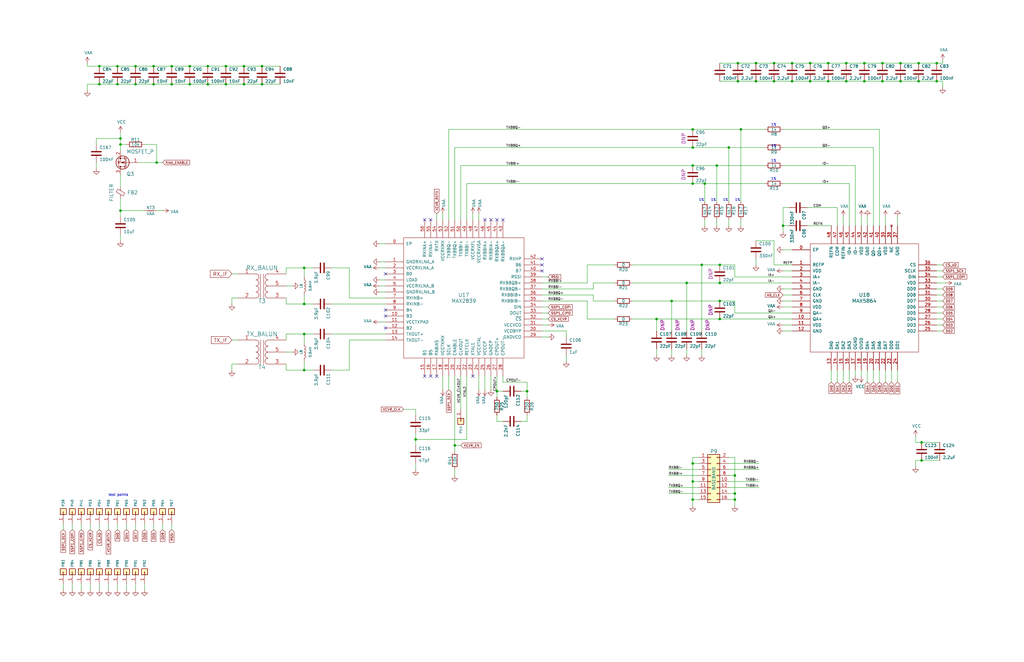
<source format=kicad_sch>
(kicad_sch (version 20211123) (generator eeschema)
  (paper "USLedger")
  (title_block (title "HackRF One") (date "2022-10-30") (rev "r9") (company "Copyright 2012-2022 Great Scott Gadgets") (comment 1 "Licensed under the CERN-OHL-P v2"))
  (junction (at 80.01 27.94))
  (junction (at 292.1 62.23))
  (junction (at 334.01 34.29))
  (junction (at 326.39 26.67))
  (junction (at 80.01 35.56))
  (junction (at 128.27 113.03))
  (junction (at 209.55 165.1))
  (junction (at 341.63 26.67))
  (junction (at 303.53 134.62))
  (junction (at 341.63 34.29))
  (junction (at 388.62 186.69))
  (junction (at 110.49 35.56))
  (junction (at 312.42 54.61))
  (junction (at 95.25 35.56))
  (junction (at 311.15 34.29))
  (junction (at 388.62 194.31))
  (junction (at 379.73 34.29))
  (junction (at 364.49 26.67))
  (junction (at 276.86 134.62))
  (junction (at 307.34 62.23))
  (junction (at 379.73 26.67))
  (junction (at 283.21 127))
  (junction (at 356.87 26.67))
  (junction (at 128.27 140.97))
  (junction (at 57.15 27.94))
  (junction (at 334.01 26.67))
  (junction (at 110.49 27.94))
  (junction (at 128.27 156.21))
  (junction (at 292.1 210.82))
  (junction (at 326.39 34.29))
  (junction (at 49.53 35.56))
  (junction (at 102.87 27.94))
  (junction (at 292.1 69.85))
  (junction (at 128.27 128.27))
  (junction (at 289.56 119.38))
  (junction (at 41.91 35.56))
  (junction (at 364.49 34.29))
  (junction (at 311.15 26.67))
  (junction (at 41.91 27.94))
  (junction (at 87.63 35.56))
  (junction (at 292.1 203.2))
  (junction (at 95.25 27.94))
  (junction (at 297.18 77.47))
  (junction (at 72.39 27.94))
  (junction (at 64.77 35.56))
  (junction (at 309.88 208.28))
  (junction (at 303.53 119.38))
  (junction (at 50.8 58.42))
  (junction (at 175.26 185.42))
  (junction (at 292.1 195.58))
  (junction (at 330.2 95.25))
  (junction (at 87.63 27.94))
  (junction (at 102.87 35.56))
  (junction (at 64.77 27.94))
  (junction (at 318.77 26.67))
  (junction (at 57.15 35.56))
  (junction (at 292.1 54.61))
  (junction (at 50.8 60.96))
  (junction (at 292.1 77.47))
  (junction (at 222.25 165.1))
  (junction (at 372.11 34.29))
  (junction (at 387.35 26.67))
  (junction (at 318.77 34.29))
  (junction (at 394.97 26.67))
  (junction (at 356.87 34.29))
  (junction (at 295.91 111.76))
  (junction (at 303.53 127))
  (junction (at 302.26 69.85))
  (junction (at 303.53 111.76))
  (junction (at 372.11 26.67))
  (junction (at 394.97 34.29))
  (junction (at 49.53 27.94))
  (junction (at 50.8 88.9))
  (junction (at 387.35 34.29))
  (junction (at 349.25 34.29))
  (junction (at 309.88 210.82))
  (junction (at 72.39 35.56))
  (junction (at 309.88 200.66))
  (junction (at 191.77 187.96))
  (junction (at 349.25 26.67))
  (junction (at 66.04 68.58))
  (no_connect (at 162.56 115.57))
  (no_connect (at 184.15 158.75))
  (no_connect (at 207.01 92.71))
  (no_connect (at 199.39 158.75))
  (no_connect (at 228.6 114.3))
  (no_connect (at 162.56 138.43))
  (no_connect (at 228.6 109.22))
  (no_connect (at 162.56 133.35))
  (no_connect (at 181.61 92.71))
  (no_connect (at 179.07 92.71))
  (no_connect (at 212.09 92.71))
  (no_connect (at 181.61 158.75))
  (no_connect (at 209.55 92.71))
  (no_connect (at 162.56 130.81))
  (no_connect (at 228.6 111.76))
  (no_connect (at 179.07 158.75))
  (no_connect (at 204.47 92.71))
  (wire (pts (xy 326.39 26.67) (xy 334.01 26.67)))
  (wire (pts (xy 250.19 124.46) (xy 250.19 127)))
  (wire (pts (xy 302.26 69.85) (xy 302.26 85.09)))
  (wire (pts (xy 326.39 34.29) (xy 334.01 34.29)))
  (wire (pts (xy 318.77 111.76) (xy 318.77 109.22)))
  (wire (pts (xy 394.97 114.3) (xy 397.51 114.3)))
  (wire (pts (xy 30.48 246.38) (xy 30.48 248.92)))
  (wire (pts (xy 250.19 121.92) (xy 250.19 119.38)))
  (wire (pts (xy 353.06 161.29) (xy 353.06 156.21)))
  (wire (pts (xy 40.64 58.42) (xy 50.8 58.42)))
  (wire (pts (xy 72.39 35.56) (xy 80.01 35.56)))
  (wire (pts (xy 365.76 156.21) (xy 365.76 161.29)))
  (wire (pts (xy 294.64 193.04) (xy 292.1 193.04)))
  (wire (pts (xy 294.64 210.82) (xy 292.1 210.82)))
  (wire (pts (xy 50.8 60.96) (xy 53.34 60.96)))
  (wire (pts (xy 349.25 34.29) (xy 356.87 34.29)))
  (wire (pts (xy 326.39 111.76) (xy 326.39 101.6)))
  (wire (pts (xy 302.26 92.71) (xy 302.26 95.25)))
  (wire (pts (xy 326.39 101.6) (xy 318.77 101.6)))
  (wire (pts (xy 303.53 119.38) (xy 334.01 119.38)))
  (wire (pts (xy 394.97 134.62) (xy 397.51 134.62)))
  (wire (pts (xy 388.62 194.31) (xy 396.24 194.31)))
  (wire (pts (xy 330.2 105.41) (xy 334.01 105.41)))
  (wire (pts (xy 100.33 115.57) (xy 97.79 115.57)))
  (wire (pts (xy 60.96 246.38) (xy 60.96 248.92)))
  (wire (pts (xy 45.72 246.38) (xy 45.72 248.92)))
  (wire (pts (xy 266.7 119.38) (xy 289.56 119.38)))
  (wire (pts (xy 194.31 69.85) (xy 292.1 69.85)))
  (wire (pts (xy 40.64 71.12) (xy 40.64 68.58)))
  (wire (pts (xy 38.1 220.98) (xy 38.1 223.52)))
  (wire (pts (xy 312.42 54.61) (xy 312.42 85.09)))
  (wire (pts (xy 373.38 156.21) (xy 373.38 161.29)))
  (wire (pts (xy 139.7 128.27) (xy 162.56 128.27)))
  (wire (pts (xy 302.26 69.85) (xy 322.58 69.85)))
  (wire (pts (xy 209.55 165.1) (xy 209.55 167.64)))
  (wire (pts (xy 41.91 27.94) (xy 49.53 27.94)))
  (wire (pts (xy 207.01 158.75) (xy 207.01 164.465)))
  (wire (pts (xy 292.1 210.82) (xy 292.1 213.36)))
  (wire (pts (xy 350.52 156.21) (xy 350.52 161.29)))
  (wire (pts (xy 247.65 111.76) (xy 259.08 111.76)))
  (wire (pts (xy 289.56 119.38) (xy 289.56 139.7)))
  (wire (pts (xy 191.77 190.5) (xy 191.77 187.96)))
  (wire (pts (xy 57.15 220.98) (xy 57.15 223.52)))
  (wire (pts (xy 222.25 177.8) (xy 222.25 175.26)))
  (wire (pts (xy 80.01 27.94) (xy 87.63 27.94)))
  (wire (pts (xy 281.94 208.28) (xy 294.64 208.28)))
  (wire (pts (xy 212.09 161.29) (xy 212.09 158.75)))
  (wire (pts (xy 394.97 116.84) (xy 397.51 116.84)))
  (wire (pts (xy 41.91 220.98) (xy 41.91 223.52)))
  (wire (pts (xy 297.18 77.47) (xy 322.58 77.47)))
  (wire (pts (xy 360.68 69.85) (xy 330.2 69.85)))
  (wire (pts (xy 379.73 34.29) (xy 387.35 34.29)))
  (wire (pts (xy 120.65 113.03) (xy 120.65 115.57)))
  (wire (pts (xy 120.65 156.21) (xy 128.27 156.21)))
  (wire (pts (xy 72.39 220.98) (xy 72.39 223.52)))
  (wire (pts (xy 318.77 34.29) (xy 326.39 34.29)))
  (wire (pts (xy 147.32 156.21) (xy 147.32 143.51)))
  (wire (pts (xy 330.2 129.54) (xy 334.01 129.54)))
  (wire (pts (xy 50.8 83.82) (xy 50.8 88.9)))
  (wire (pts (xy 60.96 88.9) (xy 50.8 88.9)))
  (wire (pts (xy 95.25 35.56) (xy 102.87 35.56)))
  (wire (pts (xy 292.1 195.58) (xy 292.1 203.2)))
  (wire (pts (xy 320.04 198.12) (xy 307.34 198.12)))
  (wire (pts (xy 147.32 113.03) (xy 147.32 125.73)))
  (wire (pts (xy 266.7 127) (xy 283.21 127)))
  (wire (pts (xy 38.1 246.38) (xy 38.1 248.92)))
  (wire (pts (xy 49.53 246.38) (xy 49.53 248.92)))
  (wire (pts (xy 139.7 156.21) (xy 147.32 156.21)))
  (wire (pts (xy 209.55 158.75) (xy 209.55 165.1)))
  (wire (pts (xy 58.42 68.58) (xy 66.04 68.58)))
  (wire (pts (xy 370.84 95.25) (xy 370.84 54.61)))
  (wire (pts (xy 320.04 205.74) (xy 307.34 205.74)))
  (wire (pts (xy 50.8 60.96) (xy 50.8 63.5)))
  (wire (pts (xy 386.08 196.85) (xy 386.08 194.31)))
  (wire (pts (xy 360.68 95.25) (xy 360.68 69.85)))
  (wire (pts (xy 49.53 27.94) (xy 57.15 27.94)))
  (wire (pts (xy 238.76 139.7) (xy 238.76 142.24)))
  (wire (pts (xy 139.7 113.03) (xy 147.32 113.03)))
  (wire (pts (xy 387.35 34.29) (xy 394.97 34.29)))
  (wire (pts (xy 379.73 26.67) (xy 387.35 26.67)))
  (wire (pts (xy 334.01 111.76) (xy 326.39 111.76)))
  (wire (pts (xy 160.02 135.89) (xy 162.56 135.89)))
  (wire (pts (xy 41.91 246.38) (xy 41.91 248.92)))
  (wire (pts (xy 128.27 140.97) (xy 128.27 144.78)))
  (wire (pts (xy 289.56 119.38) (xy 303.53 119.38)))
  (wire (pts (xy 87.63 35.56) (xy 95.25 35.56)))
  (wire (pts (xy 128.27 113.03) (xy 132.08 113.03)))
  (wire (pts (xy 120.65 128.27) (xy 128.27 128.27)))
  (wire (pts (xy 276.86 147.32) (xy 276.86 149.86)))
  (wire (pts (xy 194.31 92.71) (xy 194.31 69.85)))
  (wire (pts (xy 209.55 175.26) (xy 209.55 177.8)))
  (wire (pts (xy 311.15 26.67) (xy 318.77 26.67)))
  (wire (pts (xy 303.53 127) (xy 309.88 127)))
  (wire (pts (xy 36.83 35.56) (xy 36.83 38.1)))
  (wire (pts (xy 34.29 220.98) (xy 34.29 223.52)))
  (wire (pts (xy 309.88 111.76) (xy 309.88 116.84)))
  (wire (pts (xy 320.04 203.2) (xy 307.34 203.2)))
  (wire (pts (xy 320.04 195.58) (xy 307.34 195.58)))
  (wire (pts (xy 120.65 113.03) (xy 128.27 113.03)))
  (wire (pts (xy 283.21 127) (xy 303.53 127)))
  (wire (pts (xy 364.49 34.29) (xy 372.11 34.29)))
  (wire (pts (xy 294.64 195.58) (xy 292.1 195.58)))
  (wire (pts (xy 191.77 62.23) (xy 292.1 62.23)))
  (wire (pts (xy 191.77 187.96) (xy 194.31 187.96)))
  (wire (pts (xy 228.6 129.54) (xy 231.14 129.54)))
  (wire (pts (xy 228.6 132.08) (xy 231.14 132.08)))
  (wire (pts (xy 303.53 134.62) (xy 334.01 134.62)))
  (wire (pts (xy 160.02 123.19) (xy 162.56 123.19)))
  (wire (pts (xy 160.02 120.65) (xy 162.56 120.65)))
  (wire (pts (xy 175.26 175.26) (xy 175.26 172.72)))
  (wire (pts (xy 128.27 152.4) (xy 128.27 156.21)))
  (wire (pts (xy 72.39 27.94) (xy 80.01 27.94)))
  (wire (pts (xy 330.2 124.46) (xy 334.01 124.46)))
  (wire (pts (xy 295.91 147.32) (xy 295.91 149.86)))
  (wire (pts (xy 363.22 158.75) (xy 363.22 156.21)))
  (wire (pts (xy 394.97 129.54) (xy 397.51 129.54)))
  (wire (pts (xy 120.65 143.51) (xy 120.65 140.97)))
  (wire (pts (xy 123.19 120.65) (xy 120.65 120.65)))
  (wire (pts (xy 309.88 127) (xy 309.88 132.08)))
  (wire (pts (xy 281.94 200.66) (xy 294.64 200.66)))
  (wire (pts (xy 247.65 127) (xy 228.6 127)))
  (wire (pts (xy 36.83 27.94) (xy 41.91 27.94)))
  (wire (pts (xy 297.18 95.25) (xy 297.18 92.71)))
  (wire (pts (xy 373.38 91.44) (xy 373.38 95.25)))
  (wire (pts (xy 50.8 73.66) (xy 50.8 78.74)))
  (wire (pts (xy 368.3 62.23) (xy 330.2 62.23)))
  (wire (pts (xy 191.77 200.66) (xy 191.77 198.12)))
  (wire (pts (xy 50.8 101.6) (xy 50.8 99.06)))
  (wire (pts (xy 199.39 90.17) (xy 199.39 92.71)))
  (wire (pts (xy 356.87 26.67) (xy 364.49 26.67)))
  (wire (pts (xy 228.6 124.46) (xy 250.19 124.46)))
  (wire (pts (xy 175.26 198.12) (xy 175.26 195.58)))
  (wire (pts (xy 204.47 158.75) (xy 204.47 164.465)))
  (wire (pts (xy 128.27 156.21) (xy 132.08 156.21)))
  (wire (pts (xy 189.23 158.75) (xy 189.23 164.465)))
  (wire (pts (xy 386.08 194.31) (xy 388.62 194.31)))
  (wire (pts (xy 349.25 26.67) (xy 356.87 26.67)))
  (wire (pts (xy 394.97 139.7) (xy 397.51 139.7)))
  (wire (pts (xy 355.6 91.44) (xy 355.6 95.25)))
  (wire (pts (xy 231.14 137.16) (xy 228.6 137.16)))
  (wire (pts (xy 330.2 95.25) (xy 330.2 97.79)))
  (wire (pts (xy 283.21 139.7) (xy 283.21 127)))
  (wire (pts (xy 222.25 161.29) (xy 212.09 161.29)))
  (wire (pts (xy 228.6 121.92) (xy 250.19 121.92)))
  (wire (pts (xy 387.35 26.67) (xy 394.97 26.67)))
  (wire (pts (xy 309.88 132.08) (xy 334.01 132.08)))
  (wire (pts (xy 289.56 147.32) (xy 289.56 149.86)))
  (wire (pts (xy 238.76 152.4) (xy 238.76 149.86)))
  (wire (pts (xy 102.87 27.94) (xy 110.49 27.94)))
  (wire (pts (xy 394.97 137.16) (xy 397.51 137.16)))
  (wire (pts (xy 307.34 92.71) (xy 307.34 95.25)))
  (wire (pts (xy 295.91 111.76) (xy 303.53 111.76)))
  (wire (pts (xy 228.6 119.38) (xy 247.65 119.38)))
  (wire (pts (xy 45.72 223.52) (xy 45.72 220.98)))
  (wire (pts (xy 196.85 158.75) (xy 196.85 185.42)))
  (wire (pts (xy 97.79 143.51) (xy 100.33 143.51)))
  (wire (pts (xy 303.53 26.67) (xy 311.15 26.67)))
  (wire (pts (xy 356.87 34.29) (xy 364.49 34.29)))
  (wire (pts (xy 307.34 208.28) (xy 309.88 208.28)))
  (wire (pts (xy 50.8 88.9) (xy 50.8 91.44)))
  (wire (pts (xy 368.3 156.21) (xy 368.3 161.29)))
  (wire (pts (xy 222.25 165.1) (xy 219.71 165.1)))
  (wire (pts (xy 196.85 77.47) (xy 292.1 77.47)))
  (wire (pts (xy 341.63 34.29) (xy 349.25 34.29)))
  (wire (pts (xy 309.88 208.28) (xy 309.88 210.82)))
  (wire (pts (xy 120.65 153.67) (xy 120.65 156.21)))
  (wire (pts (xy 330.2 87.63) (xy 330.2 95.25)))
  (wire (pts (xy 196.85 92.71) (xy 196.85 77.47)))
  (wire (pts (xy 292.1 193.04) (xy 292.1 195.58)))
  (wire (pts (xy 184.15 90.17) (xy 184.15 92.71)))
  (wire (pts (xy 102.87 35.56) (xy 110.49 35.56)))
  (wire (pts (xy 283.21 147.32) (xy 283.21 149.86)))
  (wire (pts (xy 175.26 182.88) (xy 175.26 185.42)))
  (wire (pts (xy 194.31 172.72) (xy 194.31 158.75)))
  (wire (pts (xy 53.34 223.52) (xy 53.34 220.98)))
  (wire (pts (xy 266.7 134.62) (xy 276.86 134.62)))
  (wire (pts (xy 160.02 113.03) (xy 162.56 113.03)))
  (wire (pts (xy 394.97 132.08) (xy 397.51 132.08)))
  (wire (pts (xy 394.97 124.46) (xy 397.51 124.46)))
  (wire (pts (xy 118.11 35.56) (xy 110.49 35.56)))
  (wire (pts (xy 128.27 124.46) (xy 128.27 128.27)))
  (wire (pts (xy 378.46 156.21) (xy 378.46 161.29)))
  (wire (pts (xy 358.14 77.47) (xy 358.14 95.25)))
  (wire (pts (xy 250.19 119.38) (xy 259.08 119.38)))
  (wire (pts (xy 95.25 27.94) (xy 102.87 27.94)))
  (wire (pts (xy 353.06 87.63) (xy 340.36 87.63)))
  (wire (pts (xy 294.64 203.2) (xy 292.1 203.2)))
  (wire (pts (xy 191.77 92.71) (xy 191.77 62.23)))
  (wire (pts (xy 41.91 35.56) (xy 49.53 35.56)))
  (wire (pts (xy 378.46 91.44) (xy 378.46 95.25)))
  (wire (pts (xy 358.14 161.29) (xy 358.14 156.21)))
  (wire (pts (xy 309.88 200.66) (xy 309.88 208.28)))
  (wire (pts (xy 128.27 116.84) (xy 128.27 113.03)))
  (wire (pts (xy 212.09 165.1) (xy 209.55 165.1)))
  (wire (pts (xy 330.2 121.92) (xy 334.01 121.92)))
  (wire (pts (xy 160.02 102.87) (xy 162.56 102.87)))
  (wire (pts (xy 394.97 26.67) (xy 397.51 26.67)))
  (wire (pts (xy 189.23 54.61) (xy 292.1 54.61)))
  (wire (pts (xy 219.71 177.8) (xy 222.25 177.8)))
  (wire (pts (xy 388.62 186.69) (xy 396.24 186.69)))
  (wire (pts (xy 370.84 156.21) (xy 370.84 161.29)))
  (wire (pts (xy 332.74 87.63) (xy 330.2 87.63)))
  (wire (pts (xy 123.19 148.59) (xy 120.65 148.59)))
  (wire (pts (xy 147.32 143.51) (xy 162.56 143.51)))
  (wire (pts (xy 50.8 55.88) (xy 50.8 58.42)))
  (wire (pts (xy 303.53 111.76) (xy 309.88 111.76)))
  (wire (pts (xy 100.33 153.67) (xy 97.79 153.67)))
  (wire (pts (xy 175.26 172.72) (xy 170.18 172.72)))
  (wire (pts (xy 397.51 34.29) (xy 397.51 36.83)))
  (wire (pts (xy 330.2 137.16) (xy 334.01 137.16)))
  (wire (pts (xy 307.34 62.23) (xy 322.58 62.23)))
  (wire (pts (xy 66.04 60.96) (xy 66.04 68.58)))
  (wire (pts (xy 311.15 34.29) (xy 318.77 34.29)))
  (wire (pts (xy 309.88 116.84) (xy 334.01 116.84)))
  (wire (pts (xy 386.08 186.69) (xy 388.62 186.69)))
  (wire (pts (xy 370.84 54.61) (xy 330.2 54.61)))
  (wire (pts (xy 26.67 246.38) (xy 26.67 248.92)))
  (wire (pts (xy 341.63 26.67) (xy 349.25 26.67)))
  (wire (pts (xy 397.51 26.67) (xy 397.51 25.4)))
  (wire (pts (xy 309.88 210.82) (xy 309.88 213.36)))
  (wire (pts (xy 186.69 90.17) (xy 186.69 92.71)))
  (wire (pts (xy 358.14 77.47) (xy 330.2 77.47)))
  (wire (pts (xy 281.94 205.74) (xy 294.64 205.74)))
  (wire (pts (xy 68.58 223.52) (xy 68.58 220.98)))
  (wire (pts (xy 276.86 134.62) (xy 276.86 139.7)))
  (wire (pts (xy 139.7 140.97) (xy 162.56 140.97)))
  (wire (pts (xy 292.1 77.47) (xy 297.18 77.47)))
  (wire (pts (xy 292.1 54.61) (xy 312.42 54.61)))
  (wire (pts (xy 334.01 26.67) (xy 341.63 26.67)))
  (wire (pts (xy 340.36 95.25) (xy 350.52 95.25)))
  (wire (pts (xy 332.74 95.25) (xy 330.2 95.25)))
  (wire (pts (xy 53.34 246.38) (xy 53.34 248.92)))
  (wire (pts (xy 292.1 62.23) (xy 307.34 62.23)))
  (wire (pts (xy 87.63 27.94) (xy 95.25 27.94)))
  (wire (pts (xy 303.53 34.29) (xy 311.15 34.29)))
  (wire (pts (xy 394.97 127) (xy 397.51 127)))
  (wire (pts (xy 250.19 127) (xy 259.08 127)))
  (wire (pts (xy 64.77 223.52) (xy 64.77 220.98)))
  (wire (pts (xy 372.11 34.29) (xy 379.73 34.29)))
  (wire (pts (xy 209.55 177.8) (xy 212.09 177.8)))
  (wire (pts (xy 360.68 158.75) (xy 360.68 156.21)))
  (wire (pts (xy 276.86 134.62) (xy 303.53 134.62)))
  (wire (pts (xy 222.25 161.29) (xy 222.25 165.1)))
  (wire (pts (xy 228.6 139.7) (xy 238.76 139.7)))
  (wire (pts (xy 297.18 77.47) (xy 297.18 85.09)))
  (wire (pts (xy 160.02 118.11) (xy 162.56 118.11)))
  (wire (pts (xy 330.2 114.3) (xy 334.01 114.3)))
  (wire (pts (xy 259.08 134.62) (xy 247.65 134.62)))
  (wire (pts (xy 66.04 68.58) (xy 68.58 68.58)))
  (wire (pts (xy 330.2 127) (xy 334.01 127)))
  (wire (pts (xy 363.22 91.44) (xy 363.22 95.25)))
  (wire (pts (xy 80.01 35.56) (xy 87.63 35.56)))
  (wire (pts (xy 201.93 90.17) (xy 201.93 92.71)))
  (wire (pts (xy 330.2 139.7) (xy 334.01 139.7)))
  (wire (pts (xy 186.69 158.75) (xy 186.69 164.465)))
  (wire (pts (xy 375.92 156.21) (xy 375.92 161.29)))
  (wire (pts (xy 120.65 140.97) (xy 128.27 140.97)))
  (wire (pts (xy 57.15 246.38) (xy 57.15 248.92)))
  (wire (pts (xy 364.49 26.67) (xy 372.11 26.67)))
  (wire (pts (xy 97.79 128.27) (xy 97.79 125.73)))
  (wire (pts (xy 66.04 88.9) (xy 68.58 88.9)))
  (wire (pts (xy 160.02 110.49) (xy 162.56 110.49)))
  (wire (pts (xy 398.78 119.38) (xy 394.97 119.38)))
  (wire (pts (xy 57.15 27.94) (xy 64.77 27.94)))
  (wire (pts (xy 49.53 220.98) (xy 49.53 223.52)))
  (wire (pts (xy 394.97 121.92) (xy 397.51 121.92)))
  (wire (pts (xy 372.11 26.67) (xy 379.73 26.67)))
  (wire (pts (xy 355.6 156.21) (xy 355.6 161.29)))
  (wire (pts (xy 201.93 158.75) (xy 201.93 164.465)))
  (wire (pts (xy 120.65 125.73) (xy 120.65 128.27)))
  (wire (pts (xy 60.96 220.98) (xy 60.96 223.52)))
  (wire (pts (xy 30.48 220.98) (xy 30.48 223.52)))
  (wire (pts (xy 128.27 140.97) (xy 132.08 140.97)))
  (wire (pts (xy 64.77 27.94) (xy 72.39 27.94)))
  (wire (pts (xy 365.76 91.44) (xy 365.76 95.25)))
  (wire (pts (xy 175.26 185.42) (xy 175.26 187.96)))
  (wire (pts (xy 57.15 35.56) (xy 64.77 35.56)))
  (wire (pts (xy 307.34 193.04) (xy 309.88 193.04)))
  (wire (pts (xy 34.29 246.38) (xy 34.29 248.92)))
  (wire (pts (xy 368.3 62.23) (xy 368.3 95.25)))
  (wire (pts (xy 64.77 35.56) (xy 72.39 35.56)))
  (wire (pts (xy 196.85 185.42) (xy 175.26 185.42)))
  (wire (pts (xy 26.67 220.98) (xy 26.67 223.52)))
  (wire (pts (xy 40.64 60.96) (xy 40.64 58.42)))
  (wire (pts (xy 266.7 111.76) (xy 295.91 111.76)))
  (wire (pts (xy 49.53 35.56) (xy 57.15 35.56)))
  (wire (pts (xy 97.79 125.73) (xy 100.33 125.73)))
  (wire (pts (xy 394.97 34.29) (xy 397.51 34.29)))
  (wire (pts (xy 318.77 26.67) (xy 326.39 26.67)))
  (wire (pts (xy 386.08 184.15) (xy 386.08 186.69)))
  (wire (pts (xy 147.32 125.73) (xy 162.56 125.73)))
  (wire (pts (xy 247.65 119.38) (xy 247.65 111.76)))
  (wire (pts (xy 50.8 58.42) (xy 50.8 60.96)))
  (wire (pts (xy 228.6 116.84) (xy 231.14 116.84)))
  (wire (pts (xy 281.94 198.12) (xy 294.64 198.12)))
  (wire (pts (xy 312.42 54.61) (xy 322.58 54.61)))
  (wire (pts (xy 307.34 210.82) (xy 309.88 210.82)))
  (wire (pts (xy 307.34 62.23) (xy 307.34 85.09)))
  (wire (pts (xy 334.01 34.29) (xy 341.63 34.29)))
  (wire (pts (xy 394.97 111.76) (xy 397.51 111.76)))
  (wire (pts (xy 110.49 27.94) (xy 118.11 27.94)))
  (wire (pts (xy 189.23 54.61) (xy 189.23 92.71)))
  (wire (pts (xy 36.83 27.94) (xy 36.83 26.67)))
  (wire (pts (xy 292.1 203.2) (xy 292.1 210.82)))
  (wire (pts (xy 295.91 139.7) (xy 295.91 111.76)))
  (wire (pts (xy 228.6 134.62) (xy 231.14 134.62)))
  (wire (pts (xy 36.83 35.56) (xy 41.91 35.56)))
  (wire (pts (xy 222.25 165.1) (xy 222.25 167.64)))
  (wire (pts (xy 128.27 128.27) (xy 132.08 128.27)))
  (wire (pts (xy 191.77 187.96) (xy 191.77 158.75)))
  (wire (pts (xy 292.1 69.85) (xy 302.26 69.85)))
  (wire (pts (xy 60.96 60.96) (xy 66.04 60.96)))
  (wire (pts (xy 307.34 200.66) (xy 309.88 200.66)))
  (wire (pts (xy 247.65 134.62) (xy 247.65 127)))
  (wire (pts (xy 309.88 193.04) (xy 309.88 200.66)))
  (wire (pts (xy 231.14 142.24) (xy 228.6 142.24)))
  (wire (pts (xy 312.42 92.71) (xy 312.42 95.25)))
  (wire (pts (xy 97.79 153.67) (xy 97.79 156.21)))
  (wire (pts (xy 353.06 95.25) (xy 353.06 87.63)))
  (text "1%" (at 299.72 85.09 0) (effects (font (size 1.016 1.016)) (justify left bottom)))
  (text "1%" (at 325.12 62.23 0) (effects (font (size 1.016 1.016)) (justify left bottom)))
  (text "1%" (at 325.12 76.2 0) (effects (font (size 1.016 1.016)) (justify left bottom)))
  (text "1%" (at 294.64 85.09 0) (effects (font (size 1.016 1.016)) (justify left bottom)))
  (text "1%" (at 325.12 53.34 0) (effects (font (size 1.016 1.016)) (justify left bottom)))
  (text "1%" (at 309.88 85.09 0) (effects (font (size 1.016 1.016)) (justify left bottom)))
  (text "1%" (at 304.8 85.09 0) (effects (font (size 1.016 1.016)) (justify left bottom)))
  (text "test points" (at 45.72 209.55 0) (effects (font (size 1.016 1.016)) (justify left bottom)))
  (text "1%" (at 325.12 68.58 0) (effects (font (size 1.016 1.016)) (justify left bottom)))
  (label "QD-" (at 346.71 62.23 0) (effects (font (size 1.016 1.016))))
  (label "CPOUT-" (at 213.36 161.29 0) (effects (font (size 1.016 1.016))))
  (label "TXBBQ-" (at 281.94 208.28 0) (effects (font (size 1.016 1.016))))
  (label "QD+" (at 346.71 54.61 0) (effects (font (size 1.016 1.016))))
  (label "TXBBQ+" (at 281.94 205.74 0) (effects (font (size 1.016 1.016))))
  (label "TXBBI+" (at 320.04 205.74 180) (effects (font (size 1.016 1.016))))
  (label "COM" (at 342.9 87.63 0) (effects (font (size 1.016 1.016))))
  (label "RXBBQ-" (at 231.14 127 0) (effects (font (size 1.016 1.016))))
  (label "XTAL2" (at 196.85 167.64 90) (effects (font (size 1.016 1.016))))
  (label "TXBBQ+" (at 213.36 62.23 0) (effects (font (size 1.016 1.016))))
  (label "ID-" (at 346.71 69.85 0) (effects (font (size 1.016 1.016))))
  (label "TXBBI-" (at 320.04 203.2 180) (effects (font (size 1.016 1.016))))
  (label "CPOUT+" (at 209.55 165.1 90) (effects (font (size 1.016 1.016))))
  (label "TXBBI-" (at 213.36 77.47 0) (effects (font (size 1.016 1.016))))
  (label "REFN" (at 342.9 95.25 0) (effects (font (size 1.016 1.016))))
  (label "IA-" (at 323.85 119.38 0) (effects (font (size 1.016 1.016))))
  (label "RXBBI+" (at 281.94 200.66 0) (effects (font (size 1.016 1.016))))
  (label "RXBBQ+" (at 231.14 124.46 0) (effects (font (size 1.016 1.016))))
  (label "QA+" (at 323.85 134.62 0) (effects (font (size 1.016 1.016))))
  (label "RXBBI-" (at 281.94 198.12 0) (effects (font (size 1.016 1.016))))
  (label "REFP" (at 330.2 111.76 0) (effects (font (size 1.016 1.016))))
  (label "ID+" (at 346.71 77.47 0) (effects (font (size 1.016 1.016))))
  (label "XCVR_CLKOUT" (at 194.31 170.18 90) (effects (font (size 1.016 1.016))))
  (label "IA+" (at 323.85 116.84 0) (effects (font (size 1.016 1.016))))
  (label "RXBBI+" (at 231.14 119.38 0) (effects (font (size 1.016 1.016))))
  (label "RXBBQ-" (at 320.04 195.58 180) (effects (font (size 1.016 1.016))))
  (label "TXBBI+" (at 213.36 69.85 0) (effects (font (size 1.016 1.016))))
  (label "RXBBQ+" (at 320.04 198.12 180) (effects (font (size 1.016 1.016))))
  (label "QA-" (at 323.85 132.08 0) (effects (font (size 1.016 1.016))))
  (label "RXBBI-" (at 231.14 121.92 0) (effects (font (size 1.016 1.016))))
  (label "TXBBQ-" (at 213.36 54.61 0) (effects (font (size 1.016 1.016))))
  (global_label "RX_IF" (shape input) (at 97.79 115.57 180) (effects (font (size 1.524 1.524))) (property "Intersheet References" "${INTERSHEET_REFS}" (effects hide)))
  (global_label "SSP1_SCK" (shape input) (at 189.23 164.465 270) (effects (font (size 1.016 1.016))) (property "Intersheet References" "${INTERSHEET_REFS}" (effects hide)))
  (global_label "XCVR_RXTX" (shape input) (at 184.15 90.17 90) (effects (font (size 1.016 1.016))) (property "Intersheet References" "${INTERSHEET_REFS}" (effects hide)))
  (global_label "XCVR_CLK" (shape input) (at 170.18 172.72 180) (effects (font (size 1.016 1.016))) (property "Intersheet References" "${INTERSHEET_REFS}" (effects hide)))
  (global_label "DA4" (shape input) (at 365.76 161.29 270) (effects (font (size 1.016 1.016))) (property "Intersheet References" "${INTERSHEET_REFS}" (effects hide)))
  (global_label "RSSI" (shape input) (at 231.14 116.84 0) (effects (font (size 1.016 1.016))) (property "Intersheet References" "${INTERSHEET_REFS}" (effects hide)))
  (global_label "CS_XCVR" (shape input) (at 38.1 223.52 270) (effects (font (size 1.016 1.016))) (property "Intersheet References" "${INTERSHEET_REFS}" (effects hide)))
  (global_label "DD3" (shape input) (at 397.51 137.16 0) (effects (font (size 1.016 1.016))) (property "Intersheet References" "${INTERSHEET_REFS}" (effects hide)))
  (global_label "DA6" (shape input) (at 370.84 161.29 270) (effects (font (size 1.016 1.016))) (property "Intersheet References" "${INTERSHEET_REFS}" (effects hide)))
  (global_label "DD5" (shape input) (at 397.51 132.08 0) (effects (font (size 1.016 1.016))) (property "Intersheet References" "${INTERSHEET_REFS}" (effects hide)))
  (global_label "XCVR_EN" (shape input) (at 194.31 187.96 0) (effects (font (size 1.016 1.016))) (property "Intersheet References" "${INTERSHEET_REFS}" (effects hide)))
  (global_label "DD8" (shape input) (at 397.51 124.46 0) (effects (font (size 1.016 1.016))) (property "Intersheet References" "${INTERSHEET_REFS}" (effects hide)))
  (global_label "SSP1_COPI" (shape input) (at 397.51 116.84 0) (effects (font (size 1.016 1.016))) (property "Intersheet References" "${INTERSHEET_REFS}" (effects hide)))
  (global_label "DD5" (shape input) (at 64.77 223.52 270) (effects (font (size 1.016 1.016))) (property "Intersheet References" "${INTERSHEET_REFS}" (effects hide)))
  (global_label "DD1" (shape input) (at 378.46 161.29 270) (effects (font (size 1.016 1.016))) (property "Intersheet References" "${INTERSHEET_REFS}" (effects hide)))
  (global_label "DA2" (shape input) (at 355.6 161.29 270) (effects (font (size 1.016 1.016))) (property "Intersheet References" "${INTERSHEET_REFS}" (effects hide)))
  (global_label "DD7" (shape input) (at 397.51 127 0) (effects (font (size 1.016 1.016))) (property "Intersheet References" "${INTERSHEET_REFS}" (effects hide)))
  (global_label "SSP1_SCK" (shape input) (at 397.51 114.3 0) (effects (font (size 1.016 1.016))) (property "Intersheet References" "${INTERSHEET_REFS}" (effects hide)))
  (global_label "DD9" (shape input) (at 68.58 223.52 270) (effects (font (size 1.016 1.016))) (property "Intersheet References" "${INTERSHEET_REFS}" (effects hide)))
  (global_label "DA0" (shape input) (at 49.53 223.52 270) (effects (font (size 1.016 1.016))) (property "Intersheet References" "${INTERSHEET_REFS}" (effects hide)))
  (global_label "SSP1_COPI" (shape input) (at 30.48 223.52 270) (effects (font (size 1.016 1.016))) (property "Intersheet References" "${INTERSHEET_REFS}" (effects hide)))
  (global_label "AD_CLK" (shape input) (at 330.2 124.46 180) (effects (font (size 1.016 1.016))) (property "Intersheet References" "${INTERSHEET_REFS}" (effects hide)))
  (global_label "DA5" (shape input) (at 368.3 161.29 270) (effects (font (size 1.016 1.016))) (property "Intersheet References" "${INTERSHEET_REFS}" (effects hide)))
  (global_label "RSSI" (shape input) (at 72.39 223.52 270) (effects (font (size 1.016 1.016))) (property "Intersheet References" "${INTERSHEET_REFS}" (effects hide)))
  (global_label "TX_IF" (shape input) (at 97.79 143.51 180) (effects (font (size 1.524 1.524))) (property "Intersheet References" "${INTERSHEET_REFS}" (effects hide)))
  (global_label "DD9" (shape input) (at 397.51 121.92 0) (effects (font (size 1.016 1.016))) (property "Intersheet References" "${INTERSHEET_REFS}" (effects hide)))
  (global_label "!VAA_ENABLE" (shape input) (at 68.58 68.58 0) (effects (font (size 1.016 1.016))) (property "Intersheet References" "${INTERSHEET_REFS}" (effects hide)))
  (global_label "SSP1_CIPO" (shape input) (at 231.14 132.08 0) (effects (font (size 1.016 1.016))) (property "Intersheet References" "${INTERSHEET_REFS}" (effects hide)))
  (global_label "SSP1_CIPO" (shape input) (at 34.29 223.52 270) (effects (font (size 1.016 1.016))) (property "Intersheet References" "${INTERSHEET_REFS}" (effects hide)))
  (global_label "DD6" (shape input) (at 397.51 129.54 0) (effects (font (size 1.016 1.016))) (property "Intersheet References" "${INTERSHEET_REFS}" (effects hide)))
  (global_label "DD4" (shape input) (at 397.51 134.62 0) (effects (font (size 1.016 1.016))) (property "Intersheet References" "${INTERSHEET_REFS}" (effects hide)))
  (global_label "CS_XCVR" (shape input) (at 231.14 134.62 0) (effects (font (size 1.016 1.016))) (property "Intersheet References" "${INTERSHEET_REFS}" (effects hide)))
  (global_label "XCVR_RXTX" (shape input) (at 45.72 223.52 270) (effects (font (size 1.016 1.016))) (property "Intersheet References" "${INTERSHEET_REFS}" (effects hide)))
  (global_label "SSP1_COPI" (shape input) (at 231.14 129.54 0) (effects (font (size 1.016 1.016))) (property "Intersheet References" "${INTERSHEET_REFS}" (effects hide)))
  (global_label "DA4" (shape input) (at 53.34 223.52 270) (effects (font (size 1.016 1.016))) (property "Intersheet References" "${INTERSHEET_REFS}" (effects hide)))
  (global_label "DA7" (shape input) (at 57.15 223.52 270) (effects (font (size 1.016 1.016))) (property "Intersheet References" "${INTERSHEET_REFS}" (effects hide)))
  (global_label "DD2" (shape input) (at 397.51 139.7 0) (effects (font (size 1.016 1.016))) (property "Intersheet References" "${INTERSHEET_REFS}" (effects hide)))
  (global_label "DD0" (shape input) (at 60.96 223.52 270) (effects (font (size 1.016 1.016))) (property "Intersheet References" "${INTERSHEET_REFS}" (effects hide)))
  (global_label "DA1" (shape input) (at 353.06 161.29 270) (effects (font (size 1.016 1.016))) (property "Intersheet References" "${INTERSHEET_REFS}" (effects hide)))
  (global_label "DA3" (shape input) (at 358.14 161.29 270) (effects (font (size 1.016 1.016))) (property "Intersheet References" "${INTERSHEET_REFS}" (effects hide)))
  (global_label "DA0" (shape input) (at 350.52 161.29 270) (effects (font (size 1.016 1.016))) (property "Intersheet References" "${INTERSHEET_REFS}" (effects hide)))
  (global_label "DA7" (shape input) (at 373.38 161.29 270) (effects (font (size 1.016 1.016))) (property "Intersheet References" "${INTERSHEET_REFS}" (effects hide)))
  (global_label "SSP1_SCK" (shape input) (at 26.67 223.52 270) (effects (font (size 1.016 1.016))) (property "Intersheet References" "${INTERSHEET_REFS}" (effects hide)))
  (global_label "CS_AD" (shape input) (at 41.91 223.52 270) (effects (font (size 1.016 1.016))) (property "Intersheet References" "${INTERSHEET_REFS}" (effects hide)))
  (global_label "CS_AD" (shape input) (at 397.51 111.76 0) (effects (font (size 1.016 1.016))) (property "Intersheet References" "${INTERSHEET_REFS}" (effects hide)))
  (global_label "DD0" (shape input) (at 375.92 161.29 270) (effects (font (size 1.016 1.016))) (property "Intersheet References" "${INTERSHEET_REFS}" (effects hide)))
  (symbol (lib_id "hackrf:MAX2839") (at 195.58 125.73 0) (unit 1)
    (property "Reference" "U17" (at 195.58 124.46 0) (effects (font (size 1.524 1.524))))
    (property "Value" "MAX2839" (at 195.58 127 0) (effects (font (size 1.524 1.524))))
    (property "Footprint" "gsg-modules:QFN-56-1EP_8x8mm_P0.5mm_EP6.5x6.5mm_ThermalVias" (effects hide))
    (property "Manufacturer" "Maxim" (effects hide))
    (property "Part Number" "MAX2839ETN+" (effects hide))
    (property "Description" "IC RF TXRX CELLULAR 56WFQFN" (effects hide))
  )
  (symbol (lib_id "hackrf:MAX5864") (at 364.49 125.73 0) (unit 1)
    (property "Reference" "U18" (at 364.49 124.46 0) (effects (font (size 1.524 1.524))))
    (property "Value" "MAX5864" (at 364.49 127 0) (effects (font (size 1.524 1.524))))
    (property "Footprint" "hackrf:GSG-QFN48-7" (effects hide))
    (property "Manufacturer" "Maxim" (effects hide))
    (property "Part Number" "MAX5864ETM+" (effects hide))
    (property "Description" "IC ANLG FRONT END 22MSPS 48-TQFN" (effects hide))
  )
  (symbol (lib_id "power:GND") (at 160.02 102.87 270) (unit 1)
    (property "Reference" "#PWR0161" (effects hide))
    (property "Value" "GND" (effects hide))
  )
  (symbol (lib_id "power:GND") (at 160.02 110.49 270) (unit 1)
    (property "Reference" "#PWR0160" (effects hide))
    (property "Value" "GND" (effects hide))
  )
  (symbol (lib_id "Device:C") (at 41.91 31.75 0) (unit 1)
    (property "Reference" "C84" (at 43.18 29.21 0) (effects (justify left)))
    (property "Value" "22pF" (at 43.18 34.29 0) (effects (justify left)))
    (property "Footprint" "hackrf:GSG-0402" (effects hide))
    (property "Manufacturer" "Samsung" (effects hide))
    (property "Part Number" "CL05C220JB5NNNC" (effects hide))
    (property "Description" "CAP CER 22PF 50V 5% C0G/NP0 0402" (effects hide))
  )
  (symbol (lib_id "power:GND") (at 97.79 128.27 0) (unit 1)
    (property "Reference" "#PWR0159" (effects hide))
    (property "Value" "GND" (effects hide))
  )
  (symbol (lib_id "power:GND") (at 97.79 156.21 0) (unit 1)
    (property "Reference" "#PWR0158" (effects hide))
    (property "Value" "GND" (effects hide))
  )
  (symbol (lib_id "power:GND") (at 36.83 38.1 0) (unit 1)
    (property "Reference" "#PWR0157" (effects hide))
    (property "Value" "GND" (effects hide))
  )
  (symbol (lib_id "power:GND") (at 207.01 164.465 0) (unit 1)
    (property "Reference" "#PWR0156" (effects hide))
    (property "Value" "GND" (effects hide))
  )
  (symbol (lib_id "Device:C") (at 215.9 177.8 270) (unit 1)
    (property "Reference" "C114" (at 218.44 179.07 0) (effects (justify left)))
    (property "Value" "2.2nF" (at 213.36 179.07 0) (effects (justify left)))
    (property "Footprint" "hackrf:GSG-0402" (effects hide))
    (property "Manufacturer" "Murata" (effects hide))
    (property "Part Number" "GRM155R71H222KA01D" (effects hide))
    (property "Description" "CAP CER 2200PF 50V 10% X7R 0402" (effects hide))
  )
  (symbol (lib_id "Device:R") (at 209.55 171.45 0) (unit 1)
    (property "Reference" "R25" (at 211.582 171.45 90))
    (property "Value" "750" (at 209.55 171.45 90))
    (property "Footprint" "hackrf:GSG-0402" (effects hide))
    (property "Manufacturer" "Yageo" (effects hide))
    (property "Part Number" "RC0402FR-07750RL" (effects hide))
    (property "Description" "RES 750 OHM 1% 1/16W 0402" (effects hide))
  )
  (symbol (lib_id "Device:R") (at 222.25 171.45 0) (unit 1)
    (property "Reference" "R26" (at 224.282 171.45 90))
    (property "Value" "750" (at 222.25 171.45 90))
    (property "Footprint" "hackrf:GSG-0402" (effects hide))
    (property "Manufacturer" "Yageo" (effects hide))
    (property "Part Number" "RC0402FR-07750RL" (effects hide))
    (property "Description" "RES 750 OHM 1% 1/16W 0402" (effects hide))
  )
  (symbol (lib_id "Device:C") (at 238.76 146.05 0) (unit 1)
    (property "Reference" "C106" (at 240.03 143.51 0) (effects (justify left)))
    (property "Value" "1uF" (at 240.03 148.59 0) (effects (justify left)))
    (property "Footprint" "hackrf:GSG-0402" (effects hide))
    (property "Manufacturer" "Samsung" (effects hide))
    (property "Part Number" "CL05A105KP5NNNC" (effects hide))
    (property "Description" "CAP CER 1UF 10V 10% X5R 0402" (effects hide))
  )
  (symbol (lib_id "power:GND") (at 231.14 142.24 90) (unit 1)
    (property "Reference" "#PWR0155" (effects hide))
    (property "Value" "GND" (effects hide))
  )
  (symbol (lib_id "power:GND") (at 238.76 152.4 0) (unit 1)
    (property "Reference" "#PWR0154" (effects hide))
    (property "Value" "GND" (effects hide))
  )
  (symbol (lib_id "Device:R") (at 326.39 54.61 270) (unit 1)
    (property "Reference" "R8" (at 326.39 56.642 90))
    (property "Value" "1k" (at 326.39 54.61 90))
    (property "Footprint" "hackrf:GSG-0402" (effects hide))
    (property "Manufacturer" "Stackpole" (effects hide))
    (property "Part Number" "RMCF0402FT1K00" (effects hide))
    (property "Description" "RES 1K OHM 1/16W 1% 0402" (effects hide))
  )
  (symbol (lib_id "power:GND") (at 297.18 95.25 0) (unit 1)
    (property "Reference" "#PWR0153" (effects hide))
    (property "Value" "GND" (effects hide))
  )
  (symbol (lib_id "power:GND") (at 302.26 95.25 0) (unit 1)
    (property "Reference" "#PWR0152" (effects hide))
    (property "Value" "GND" (effects hide))
  )
  (symbol (lib_id "power:GND") (at 307.34 95.25 0) (unit 1)
    (property "Reference" "#PWR0151" (effects hide))
    (property "Value" "GND" (effects hide))
  )
  (symbol (lib_id "power:GND") (at 312.42 95.25 0) (unit 1)
    (property "Reference" "#PWR0150" (effects hide))
    (property "Value" "GND" (effects hide))
  )
  (symbol (lib_id "Device:C") (at 318.77 105.41 0) (unit 1)
    (property "Reference" "C100" (at 320.04 102.87 0) (effects (justify left)))
    (property "Value" "330nF" (at 320.04 107.95 0) (effects (justify left)))
    (property "Footprint" "hackrf:GSG-0402" (effects hide))
    (property "Manufacturer" "Yageo" (effects hide))
    (property "Part Number" "CC0402KRX5R6BB334" (effects hide))
    (property "Description" "CAP CER 0.33UF 10V 10% X5R 0402" (effects hide))
  )
  (symbol (lib_id "Device:C") (at 336.55 87.63 270) (unit 1)
    (property "Reference" "C97" (at 339.09 88.9 0) (effects (justify left)))
    (property "Value" "330nF" (at 334.01 88.9 0) (effects (justify left)))
    (property "Footprint" "hackrf:GSG-0402" (effects hide))
    (property "Manufacturer" "Yageo" (effects hide))
    (property "Part Number" "CC0402KRX5R6BB334" (effects hide))
    (property "Description" "CAP CER 0.33UF 10V 10% X5R 0402" (effects hide))
  )
  (symbol (lib_id "power:GND") (at 330.2 97.79 0) (unit 1)
    (property "Reference" "#PWR0149" (effects hide))
    (property "Value" "GND" (effects hide))
  )
  (symbol (lib_id "power:GND") (at 330.2 105.41 270) (unit 1)
    (property "Reference" "#PWR0148" (effects hide))
    (property "Value" "GND" (effects hide))
  )
  (symbol (lib_id "power:GND") (at 318.77 111.76 0) (unit 1)
    (property "Reference" "#PWR0147" (effects hide))
    (property "Value" "GND" (effects hide))
  )
  (symbol (lib_id "Device:C") (at 311.15 30.48 0) (unit 1)
    (property "Reference" "C72" (at 312.42 27.94 0) (effects (justify left)))
    (property "Value" "2.2uF" (at 312.42 33.02 0) (effects (justify left)))
    (property "Footprint" "hackrf:GSG-0402" (effects hide))
    (property "Manufacturer" "Taiyo Yuden" (effects hide))
    (property "Part Number" "LMK105BJ225MV-F" (effects hide))
    (property "Description" "CAP CER 2.2UF 10V 20% X5R 0402" (effects hide))
  )
  (symbol (lib_id "power:GND") (at 397.51 36.83 0) (unit 1)
    (property "Reference" "#PWR0146" (effects hide))
    (property "Value" "GND" (effects hide))
  )
  (symbol (lib_id "power:GND") (at 330.2 121.92 270) (unit 1)
    (property "Reference" "#PWR0145" (effects hide))
    (property "Value" "GND" (effects hide))
  )
  (symbol (lib_id "power:GND") (at 330.2 127 270) (unit 1)
    (property "Reference" "#PWR0144" (effects hide))
    (property "Value" "GND" (effects hide))
  )
  (symbol (lib_id "power:GND") (at 330.2 139.7 270) (unit 1)
    (property "Reference" "#PWR0143" (effects hide))
    (property "Value" "GND" (effects hide))
  )
  (symbol (lib_id "power:GND") (at 360.68 158.75 0) (unit 1)
    (property "Reference" "#PWR0142" (effects hide))
    (property "Value" "GND" (effects hide))
  )
  (symbol (lib_id "power:GND") (at 378.46 91.44 180) (unit 1)
    (property "Reference" "#PWR0141" (effects hide))
    (property "Value" "GND" (effects hide))
  )
  (symbol (lib_id "power:GND") (at 365.76 91.44 180) (unit 1)
    (property "Reference" "#PWR0140" (effects hide))
    (property "Value" "GND" (effects hide))
  )
  (symbol (lib_id "Device:C") (at 336.55 95.25 270) (unit 1)
    (property "Reference" "C98" (at 339.09 96.52 0) (effects (justify left)))
    (property "Value" "330nF" (at 334.01 96.52 0) (effects (justify left)))
    (property "Footprint" "hackrf:GSG-0402" (effects hide))
    (property "Manufacturer" "Yageo" (effects hide))
    (property "Part Number" "CC0402KRX5R6BB334" (effects hide))
    (property "Description" "CAP CER 0.33UF 10V 10% X5R 0402" (effects hide))
  )
  (symbol (lib_id "Device:C") (at 135.89 156.21 270) (unit 1)
    (property "Reference" "C111" (at 138.43 157.48 0) (effects (justify left)))
    (property "Value" "3.9pF" (at 133.35 157.48 0) (effects (justify left)))
    (property "Footprint" "hackrf:GSG-0402" (effects hide))
    (property "Manufacturer" "Murata" (effects hide))
    (property "Part Number" "GCM1555C1H3R9BA16D" (effects hide))
    (property "Description" "CAP CER 3.9PF 50V ±0.1pF C0G/NP0 0402" (effects hide))
  )
  (symbol (lib_id "Device:C") (at 135.89 140.97 270) (unit 1)
    (property "Reference" "C104" (at 138.43 142.24 0) (effects (justify left)))
    (property "Value" "3.9pF" (at 133.35 142.24 0) (effects (justify left)))
    (property "Footprint" "hackrf:GSG-0402" (effects hide))
    (property "Manufacturer" "Murata" (effects hide))
    (property "Part Number" "GCM1555C1H3R9BA16D" (effects hide))
    (property "Description" "CAP CER 3.9PF 50V ±0.1pF C0G/NP0 0402" (effects hide))
  )
  (symbol (lib_id "gsg-symbols:BALUN") (at 110.49 120.65 180) (unit 1)
    (property "Reference" "T3" (at 110.49 127 0) (effects (font (size 1.778 1.778))))
    (property "Value" "RX_BALUN" (at 110.49 113.03 0) (effects (font (size 1.778 1.778))))
    (property "Footprint" "hackrf:GSG-2500BL14M100" (effects hide))
    (property "Manufacturer" "Johanson Technology" (effects hide))
    (property "Part Number" "2500BL14M100T" (effects hide))
    (property "Description" "BALUN CERAMIC CHIP WIMAX 2.5GHZ" (effects hide))
    (property "Note" "Alternative part: Murata LDB182G4510G-120" (effects hide))
  )
  (symbol (lib_id "power:GND") (at 123.19 120.65 90) (unit 1)
    (property "Reference" "#PWR0139" (effects hide))
    (property "Value" "GND" (effects hide))
  )
  (symbol (lib_id "power:GND") (at 123.19 148.59 90) (unit 1)
    (property "Reference" "#PWR0138" (effects hide))
    (property "Value" "GND" (effects hide))
  )
  (symbol (lib_id "gsg-symbols:BALUN") (at 110.49 148.59 180) (unit 1)
    (property "Reference" "T4" (at 110.49 154.94 0) (effects (font (size 1.778 1.778))))
    (property "Value" "TX_BALUN" (at 110.49 140.97 0) (effects (font (size 1.778 1.778))))
    (property "Footprint" "hackrf:GSG-2500BL14M100" (effects hide))
    (property "Manufacturer" "Johanson Technology" (effects hide))
    (property "Part Number" "2500BL14M100T" (effects hide))
    (property "Description" "BALUN CERAMIC CHIP WIMAX 2.5GHZ" (effects hide))
    (property "Note" "Alternative part: Murata LDB182G4510G-120" (effects hide))
  )
  (symbol (lib_id "power:GND") (at 175.26 198.12 0) (unit 1)
    (property "Reference" "#PWR0137" (effects hide))
    (property "Value" "GND" (effects hide))
  )
  (symbol (lib_id "power:GND") (at 276.86 149.86 0) (unit 1)
    (property "Reference" "#PWR0136" (effects hide))
    (property "Value" "GND" (effects hide))
  )
  (symbol (lib_id "power:GND") (at 283.21 149.86 0) (unit 1)
    (property "Reference" "#PWR0135" (effects hide))
    (property "Value" "GND" (effects hide))
  )
  (symbol (lib_id "power:GND") (at 289.56 149.86 0) (unit 1)
    (property "Reference" "#PWR0134" (effects hide))
    (property "Value" "GND" (effects hide))
  )
  (symbol (lib_id "power:GND") (at 295.91 149.86 0) (unit 1)
    (property "Reference" "#PWR0133" (effects hide))
    (property "Value" "GND" (effects hide))
  )
  (symbol (lib_id "Device:R") (at 262.89 111.76 270) (unit 1)
    (property "Reference" "R20" (at 262.89 113.792 90))
    (property "Value" "0" (at 262.89 111.76 90))
    (property "Footprint" "hackrf:GSG-0402" (effects hide))
    (property "Manufacturer" "Stackpole" (effects hide))
    (property "Part Number" "RMCF0402ZT0R00" (effects hide))
    (property "Description" "RES 0.0 OHM 1/16W 0402 SMD" (effects hide))
  )
  (symbol (lib_id "Device:L") (at 128.27 120.65 0) (unit 1)
    (property "Reference" "L6" (at 127 120.65 90) (effects (font (size 1.016 1.016))))
    (property "Value" "5.6nH" (at 130.81 120.65 90) (effects (font (size 1.016 1.016))))
    (property "Footprint" "hackrf:GSG-0402" (effects hide))
    (property "Description" "FIXED IND 5.6NH 650MA 200MOHM ±0.3nH SMD" (effects hide))
    (property "Manufacturer" "Murata" (effects hide))
    (property "Part Number" "LQG15HS5N6S02D" (effects hide))
  )
  (symbol (lib_id "Device:L") (at 128.27 148.59 0) (unit 1)
    (property "Reference" "L8" (at 127 148.59 90) (effects (font (size 1.016 1.016))))
    (property "Value" "5.6nH" (at 130.81 148.59 90) (effects (font (size 1.016 1.016))))
    (property "Footprint" "hackrf:GSG-0402" (effects hide))
    (property "Description" "FIXED IND 5.6NH 650MA 200MOHM ±0.3nH SMD" (effects hide))
    (property "Manufacturer" "Murata" (effects hide))
    (property "Part Number" "LQG15HS5N6S02D" (effects hide))
  )
  (symbol (lib_id "power:GND") (at 191.77 200.66 0) (unit 1)
    (property "Reference" "#PWR0124" (effects hide))
    (property "Value" "GND" (effects hide))
  )
  (symbol (lib_id "Connector_Generic:Conn_01x01") (at 194.31 177.8 270) (unit 1)
    (property "Reference" "P14" (at 194.31 179.832 0) (effects (font (size 1.016 1.016)) (justify left)))
    (property "Value" "XCVR_CLKOUT" (effects hide))
    (property "Footprint" "hackrf:GSG-TESTPOINT-50MIL" (effects hide))
    (property "DNP" "DNP" (effects hide))
  )
  (symbol (lib_id "power:GND") (at 386.08 196.85 0) (unit 1)
    (property "Reference" "#PWR0120" (effects hide))
    (property "Value" "GND" (effects hide))
  )
  (symbol (lib_id "Device:C") (at 388.62 190.5 0) (unit 1)
    (property "Reference" "C123" (at 389.89 187.96 0) (effects (justify left)))
    (property "Value" "100nF" (at 389.89 193.04 0) (effects (justify left)))
    (property "Footprint" "hackrf:GSG-0402" (effects hide))
    (property "Manufacturer" "Samsung" (effects hide))
    (property "Part Number" "CL05A104KA5NNNC" (effects hide))
    (property "Description" "CAP CER 0.1UF 25V X5R 0402" (effects hide))
  )
  (symbol (lib_id "Device:C") (at 303.53 30.48 0) (unit 1)
    (property "Reference" "C71" (at 304.8 27.94 0) (effects (justify left)))
    (property "Value" "100nF" (at 304.8 33.02 0) (effects (justify left)))
    (property "Footprint" "hackrf:GSG-0402" (effects hide))
    (property "Manufacturer" "Samsung" (effects hide))
    (property "Part Number" "CL05A104KA5NNNC" (effects hide))
    (property "Description" "CAP CER 0.1UF 25V X5R 0402" (effects hide))
  )
  (symbol (lib_id "Device:C") (at 318.77 30.48 0) (unit 1)
    (property "Reference" "C73" (at 320.04 27.94 0) (effects (justify left)))
    (property "Value" "100nF" (at 320.04 33.02 0) (effects (justify left)))
    (property "Footprint" "hackrf:GSG-0402" (effects hide))
    (property "Manufacturer" "Samsung" (effects hide))
    (property "Part Number" "CL05A104KA5NNNC" (effects hide))
    (property "Description" "CAP CER 0.1UF 25V X5R 0402" (effects hide))
  )
  (symbol (lib_id "Device:C") (at 334.01 30.48 0) (unit 1)
    (property "Reference" "C75" (at 335.28 27.94 0) (effects (justify left)))
    (property "Value" "100nF" (at 335.28 33.02 0) (effects (justify left)))
    (property "Footprint" "hackrf:GSG-0402" (effects hide))
    (property "Manufacturer" "Samsung" (effects hide))
    (property "Part Number" "CL05A104KA5NNNC" (effects hide))
    (property "Description" "CAP CER 0.1UF 25V X5R 0402" (effects hide))
  )
  (symbol (lib_id "Device:C") (at 349.25 30.48 0) (unit 1)
    (property "Reference" "C77" (at 350.52 27.94 0) (effects (justify left)))
    (property "Value" "100nF" (at 350.52 33.02 0) (effects (justify left)))
    (property "Footprint" "hackrf:GSG-0402" (effects hide))
    (property "Manufacturer" "Samsung" (effects hide))
    (property "Part Number" "CL05A104KA5NNNC" (effects hide))
    (property "Description" "CAP CER 0.1UF 25V X5R 0402" (effects hide))
  )
  (symbol (lib_id "Device:C") (at 364.49 30.48 0) (unit 1)
    (property "Reference" "C79" (at 365.76 27.94 0) (effects (justify left)))
    (property "Value" "100nF" (at 365.76 33.02 0) (effects (justify left)))
    (property "Footprint" "hackrf:GSG-0402" (effects hide))
    (property "Manufacturer" "Samsung" (effects hide))
    (property "Part Number" "CL05A104KA5NNNC" (effects hide))
    (property "Description" "CAP CER 0.1UF 25V X5R 0402" (effects hide))
  )
  (symbol (lib_id "Device:C") (at 379.73 30.48 0) (unit 1)
    (property "Reference" "C81" (at 381 27.94 0) (effects (justify left)))
    (property "Value" "100nF" (at 381 33.02 0) (effects (justify left)))
    (property "Footprint" "hackrf:GSG-0402" (effects hide))
    (property "Manufacturer" "Samsung" (effects hide))
    (property "Part Number" "CL05A104KA5NNNC" (effects hide))
    (property "Description" "CAP CER 0.1UF 25V X5R 0402" (effects hide))
  )
  (symbol (lib_id "Device:C") (at 394.97 30.48 0) (unit 1)
    (property "Reference" "C83" (at 396.24 27.94 0) (effects (justify left)))
    (property "Value" "100nF" (at 396.24 33.02 0) (effects (justify left)))
    (property "Footprint" "hackrf:GSG-0402" (effects hide))
    (property "Manufacturer" "Samsung" (effects hide))
    (property "Part Number" "CL05A104KA5NNNC" (effects hide))
    (property "Description" "CAP CER 0.1UF 25V X5R 0402" (effects hide))
  )
  (symbol (lib_id "Device:C") (at 64.77 31.75 0) (unit 1)
    (property "Reference" "C87" (at 66.04 29.21 0) (effects (justify left)))
    (property "Value" "10nF" (at 66.04 34.29 0) (effects (justify left)))
    (property "Footprint" "hackrf:GSG-0402" (effects hide))
    (property "Manufacturer" "Samsung" (effects hide))
    (property "Part Number" "CL05B103KB5NNNC" (effects hide))
    (property "Description" "CAP CER 10000PF 50V 10% X7R 0402" (effects hide))
  )
  (symbol (lib_id "Device:C") (at 118.11 31.75 0) (unit 1)
    (property "Reference" "C88" (at 119.38 29.21 0) (effects (justify left)))
    (property "Value" "10nF" (at 119.38 34.29 0) (effects (justify left)))
    (property "Footprint" "hackrf:GSG-0402" (effects hide))
    (property "Manufacturer" "Samsung" (effects hide))
    (property "Part Number" "CL05B103KB5NNNC" (effects hide))
    (property "Description" "CAP CER 10000PF 50V 10% X7R 0402" (effects hide))
  )
  (symbol (lib_id "Device:C") (at 72.39 31.75 0) (unit 1)
    (property "Reference" "C89" (at 73.66 29.21 0) (effects (justify left)))
    (property "Value" "10nF" (at 73.66 34.29 0) (effects (justify left)))
    (property "Footprint" "hackrf:GSG-0402" (effects hide))
    (property "Manufacturer" "Samsung" (effects hide))
    (property "Part Number" "CL05B103KB5NNNC" (effects hide))
    (property "Description" "CAP CER 10000PF 50V 10% X7R 0402" (effects hide))
  )
  (symbol (lib_id "Device:C") (at 95.25 31.75 0) (unit 1)
    (property "Reference" "C92" (at 96.52 29.21 0) (effects (justify left)))
    (property "Value" "10nF" (at 96.52 34.29 0) (effects (justify left)))
    (property "Footprint" "hackrf:GSG-0402" (effects hide))
    (property "Manufacturer" "Samsung" (effects hide))
    (property "Part Number" "CL05B103KB5NNNC" (effects hide))
    (property "Description" "CAP CER 10000PF 50V 10% X7R 0402" (effects hide))
  )
  (symbol (lib_id "Device:C") (at 102.87 31.75 0) (unit 1)
    (property "Reference" "C93" (at 104.14 29.21 0) (effects (justify left)))
    (property "Value" "22pF" (at 104.14 34.29 0) (effects (justify left)))
    (property "Footprint" "hackrf:GSG-0402" (effects hide))
    (property "Manufacturer" "Samsung" (effects hide))
    (property "Part Number" "CL05C220JB5NNNC" (effects hide))
    (property "Description" "CAP CER 22PF 50V 5% C0G/NP0 0402" (effects hide))
  )
  (symbol (lib_id "Device:R") (at 191.77 194.31 180) (unit 1)
    (property "Reference" "R41" (at 189.738 194.31 90))
    (property "Value" "10k" (at 191.77 194.31 90))
    (property "Footprint" "hackrf:GSG-0402" (effects hide))
    (property "Manufacturer" "Stackpole" (effects hide))
    (property "Part Number" "RMCF0402JT10K0" (effects hide))
    (property "Description" "RES 10K OHM 1/16W 5% 0402 SMD" (effects hide))
  )
  (symbol (lib_id "Device:C") (at 87.63 31.75 0) (unit 1)
    (property "Reference" "C91" (at 88.9 29.21 0) (effects (justify left)))
    (property "Value" "100nF" (at 88.9 34.29 0) (effects (justify left)))
    (property "Footprint" "hackrf:GSG-0402" (effects hide))
    (property "Manufacturer" "Samsung" (effects hide))
    (property "Part Number" "CL05A104KA5NNNC" (effects hide))
    (property "Description" "CAP CER 0.1UF 25V X5R 0402" (effects hide))
  )
  (symbol (lib_id "Device:R") (at 297.18 88.9 0) (unit 1)
    (property "Reference" "R14" (at 299.212 88.9 90))
    (property "Value" "4k7" (at 297.18 88.9 90))
    (property "Footprint" "hackrf:GSG-0402" (effects hide))
    (property "Manufacturer" "Stackpole" (effects hide))
    (property "Part Number" "RMCF0402FT4K70" (effects hide))
    (property "Description" "RES 4.7K OHM 1/16W 1% 0402" (effects hide))
  )
  (symbol (lib_id "Device:R") (at 302.26 88.9 0) (unit 1)
    (property "Reference" "R15" (at 304.292 88.9 90))
    (property "Value" "4k7" (at 302.26 88.9 90))
    (property "Footprint" "hackrf:GSG-0402" (effects hide))
    (property "Manufacturer" "Stackpole" (effects hide))
    (property "Part Number" "RMCF0402FT4K70" (effects hide))
    (property "Description" "RES 4.7K OHM 1/16W 1% 0402" (effects hide))
  )
  (symbol (lib_id "Device:R") (at 307.34 88.9 0) (unit 1)
    (property "Reference" "R16" (at 309.372 88.9 90))
    (property "Value" "4k7" (at 307.34 88.9 90))
    (property "Footprint" "hackrf:GSG-0402" (effects hide))
    (property "Manufacturer" "Stackpole" (effects hide))
    (property "Part Number" "RMCF0402FT4K70" (effects hide))
    (property "Description" "RES 4.7K OHM 1/16W 1% 0402" (effects hide))
  )
  (symbol (lib_id "Device:R") (at 312.42 88.9 0) (unit 1)
    (property "Reference" "R17" (at 314.452 88.9 90))
    (property "Value" "4k7" (at 312.42 88.9 90))
    (property "Footprint" "hackrf:GSG-0402" (effects hide))
    (property "Manufacturer" "Stackpole" (effects hide))
    (property "Part Number" "RMCF0402FT4K70" (effects hide))
    (property "Description" "RES 4.7K OHM 1/16W 1% 0402" (effects hide))
  )
  (symbol (lib_id "Device:C") (at 215.9 165.1 270) (unit 1)
    (property "Reference" "C112" (at 218.44 166.37 0) (effects (justify left)))
    (property "Value" "120pF" (at 213.36 166.37 0) (effects (justify left)))
    (property "Footprint" "hackrf:GSG-0402" (effects hide))
    (property "Manufacturer" "Murata" (effects hide))
    (property "Part Number" "GCM1555C1H121JA16D" (effects hide))
    (property "Description" "CAP CER 120PF 50V 5% C0G/NP0 0402" (effects hide))
  )
  (symbol (lib_id "Device:FerriteBead_Small") (at 50.8 81.28 0) (unit 1)
    (property "Reference" "FB2" (at 55.88 81.28 0) (effects (font (size 1.524 1.524))))
    (property "Value" "FILTER" (at 46.99 81.28 90) (effects (font (size 1.524 1.524))))
    (property "Footprint" "hackrf:GSG-0805" (effects hide))
    (property "Manufacturer" "Murata" (effects hide))
    (property "Part Number" "BLM21PG221SN1D" (effects hide))
    (property "Description" "FERRITE CHIP 220 OHM 2000MA 0805" (effects hide))
  )
  (symbol (lib_id "Device:C") (at 50.8 95.25 0) (unit 1)
    (property "Reference" "C105" (at 52.07 92.71 0) (effects (justify left)))
    (property "Value" "10uF" (at 52.07 97.79 0) (effects (justify left)))
    (property "Footprint" "hackrf:GSG-0805" (effects hide))
    (property "Manufacturer" "Samsung" (effects hide))
    (property "Part Number" "CL21A106KOQNNNE" (effects hide))
    (property "Description" "CAP CER 10UF 16V 10% X5R 0805" (effects hide))
  )
  (symbol (lib_id "Device:C") (at 326.39 30.48 0) (unit 1)
    (property "Reference" "C74" (at 327.66 27.94 0) (effects (justify left)))
    (property "Value" "2.2uF" (at 327.66 33.02 0) (effects (justify left)))
    (property "Footprint" "hackrf:GSG-0402" (effects hide))
    (property "Manufacturer" "Taiyo Yuden" (effects hide))
    (property "Part Number" "LMK105BJ225MV-F" (effects hide))
    (property "Description" "CAP CER 2.2UF 10V 20% X5R 0402" (effects hide))
  )
  (symbol (lib_id "Device:C") (at 341.63 30.48 0) (unit 1)
    (property "Reference" "C76" (at 342.9 27.94 0) (effects (justify left)))
    (property "Value" "2.2uF" (at 342.9 33.02 0) (effects (justify left)))
    (property "Footprint" "hackrf:GSG-0402" (effects hide))
    (property "Manufacturer" "Taiyo Yuden" (effects hide))
    (property "Part Number" "LMK105BJ225MV-F" (effects hide))
    (property "Description" "CAP CER 2.2UF 10V 20% X5R 0402" (effects hide))
  )
  (symbol (lib_id "Device:C") (at 356.87 30.48 0) (unit 1)
    (property "Reference" "C78" (at 358.14 27.94 0) (effects (justify left)))
    (property "Value" "2.2uF" (at 358.14 33.02 0) (effects (justify left)))
    (property "Footprint" "hackrf:GSG-0402" (effects hide))
    (property "Manufacturer" "Taiyo Yuden" (effects hide))
    (property "Part Number" "LMK105BJ225MV-F" (effects hide))
    (property "Description" "CAP CER 2.2UF 10V 20% X5R 0402" (effects hide))
  )
  (symbol (lib_id "Device:C") (at 372.11 30.48 0) (unit 1)
    (property "Reference" "C80" (at 373.38 27.94 0) (effects (justify left)))
    (property "Value" "2.2uF" (at 373.38 33.02 0) (effects (justify left)))
    (property "Footprint" "hackrf:GSG-0402" (effects hide))
    (property "Manufacturer" "Taiyo Yuden" (effects hide))
    (property "Part Number" "LMK105BJ225MV-F" (effects hide))
    (property "Description" "CAP CER 2.2UF 10V 20% X5R 0402" (effects hide))
  )
  (symbol (lib_id "Device:C") (at 387.35 30.48 0) (unit 1)
    (property "Reference" "C82" (at 388.62 27.94 0) (effects (justify left)))
    (property "Value" "2.2uF" (at 388.62 33.02 0) (effects (justify left)))
    (property "Footprint" "hackrf:GSG-0402" (effects hide))
    (property "Manufacturer" "Taiyo Yuden" (effects hide))
    (property "Part Number" "LMK105BJ225MV-F" (effects hide))
    (property "Description" "CAP CER 2.2UF 10V 20% X5R 0402" (effects hide))
  )
  (symbol (lib_id "Device:C") (at 396.24 190.5 0) (unit 1)
    (property "Reference" "C124" (at 397.51 187.96 0) (effects (justify left)))
    (property "Value" "2.2uF" (at 397.51 193.04 0) (effects (justify left)))
    (property "Footprint" "hackrf:GSG-0402" (effects hide))
    (property "Manufacturer" "Taiyo Yuden" (effects hide))
    (property "Part Number" "LMK105BJ225MV-F" (effects hide))
    (property "Description" "CAP CER 2.2UF 10V 20% X5R 0402" (effects hide))
  )
  (symbol (lib_id "Device:C") (at 49.53 31.75 0) (unit 1)
    (property "Reference" "C85" (at 50.8 29.21 0) (effects (justify left)))
    (property "Value" "22pF" (at 50.8 34.29 0) (effects (justify left)))
    (property "Footprint" "hackrf:GSG-0402" (effects hide))
    (property "Manufacturer" "Samsung" (effects hide))
    (property "Part Number" "CL05C220JB5NNNC" (effects hide))
    (property "Description" "CAP CER 22PF 50V 5% C0G/NP0 0402" (effects hide))
  )
  (symbol (lib_id "Device:C") (at 57.15 31.75 0) (unit 1)
    (property "Reference" "C86" (at 58.42 29.21 0) (effects (justify left)))
    (property "Value" "22pF" (at 58.42 34.29 0) (effects (justify left)))
    (property "Footprint" "hackrf:GSG-0402" (effects hide))
    (property "Manufacturer" "Samsung" (effects hide))
    (property "Part Number" "CL05C220JB5NNNC" (effects hide))
    (property "Description" "CAP CER 22PF 50V 5% C0G/NP0 0402" (effects hide))
  )
  (symbol (lib_id "Device:C") (at 110.49 31.75 0) (unit 1)
    (property "Reference" "C94" (at 111.76 29.21 0) (effects (justify left)))
    (property "Value" "22pF" (at 111.76 34.29 0) (effects (justify left)))
    (property "Footprint" "hackrf:GSG-0402" (effects hide))
    (property "Manufacturer" "Samsung" (effects hide))
    (property "Part Number" "CL05C220JB5NNNC" (effects hide))
    (property "Description" "CAP CER 22PF 50V 5% C0G/NP0 0402" (effects hide))
  )
  (symbol (lib_id "Device:C") (at 292.1 58.42 0) (unit 1)
    (property "Reference" "C95" (at 293.37 55.88 0) (effects (justify left)))
    (property "Value" "22pF" (at 293.37 60.96 0) (effects (justify left)))
    (property "Footprint" "hackrf:GSG-0402" (effects hide))
    (property "Manufacturer" "Samsung" (effects hide))
    (property "Part Number" "CL05C220JB5NNNC" (effects hide))
    (property "Description" "CAP CER 22PF 50V 5% C0G/NP0 0402" (effects hide))
    (property "DNP" "DNP" (at 288.29 58.42 90) (effects (font (size 1.524 1.524))))
  )
  (symbol (lib_id "Device:C") (at 292.1 73.66 0) (unit 1)
    (property "Reference" "C96" (at 293.37 71.12 0) (effects (justify left)))
    (property "Value" "22pF" (at 293.37 76.2 0) (effects (justify left)))
    (property "Footprint" "hackrf:GSG-0402" (effects hide))
    (property "Manufacturer" "Samsung" (effects hide))
    (property "Part Number" "CL05C220JB5NNNC" (effects hide))
    (property "Description" "CAP CER 22PF 50V 5% C0G/NP0 0402" (effects hide))
    (property "DNP" "DNP" (at 288.29 73.66 90) (effects (font (size 1.524 1.524))))
  )
  (symbol (lib_id "Device:C") (at 303.53 115.57 0) (unit 1)
    (property "Reference" "C101" (at 304.8 113.03 0) (effects (justify left)))
    (property "Value" "22pF" (at 304.8 118.11 0) (effects (justify left)))
    (property "Footprint" "hackrf:GSG-0402" (effects hide))
    (property "Manufacturer" "Samsung" (effects hide))
    (property "Part Number" "CL05C220JB5NNNC" (effects hide))
    (property "Description" "CAP CER 22PF 50V 5% C0G/NP0 0402" (effects hide))
    (property "DNP" "DNP" (at 299.72 115.57 90) (effects (font (size 1.524 1.524))))
  )
  (symbol (lib_id "Device:C") (at 303.53 130.81 0) (unit 1)
    (property "Reference" "C103" (at 304.8 128.27 0) (effects (justify left)))
    (property "Value" "22pF" (at 304.8 133.35 0) (effects (justify left)))
    (property "Footprint" "hackrf:GSG-0402" (effects hide))
    (property "Manufacturer" "Samsung" (effects hide))
    (property "Part Number" "CL05C220JB5NNNC" (effects hide))
    (property "Description" "CAP CER 22PF 50V 5% C0G/NP0 0402" (effects hide))
    (property "DNP" "DNP" (at 299.72 130.81 90) (effects (font (size 1.524 1.524))))
  )
  (symbol (lib_id "Device:C") (at 276.86 143.51 0) (unit 1)
    (property "Reference" "C107" (at 278.13 140.97 0) (effects (justify left)))
    (property "Value" "22pF" (at 278.13 146.05 0) (effects (justify left)))
    (property "Footprint" "hackrf:GSG-0402" (effects hide))
    (property "Manufacturer" "Samsung" (effects hide))
    (property "Part Number" "CL05C220JB5NNNC" (effects hide))
    (property "Description" "CAP CER 22PF 50V 5% C0G/NP0 0402" (effects hide))
    (property "DNP" "DNP" (at 279.4 137.16 90) (effects (font (size 1.524 1.524))))
  )
  (symbol (lib_id "Device:C") (at 283.21 143.51 0) (unit 1)
    (property "Reference" "C108" (at 284.48 140.97 0) (effects (justify left)))
    (property "Value" "22pF" (at 284.48 146.05 0) (effects (justify left)))
    (property "Footprint" "hackrf:GSG-0402" (effects hide))
    (property "Manufacturer" "Samsung" (effects hide))
    (property "Part Number" "CL05C220JB5NNNC" (effects hide))
    (property "Description" "CAP CER 22PF 50V 5% C0G/NP0 0402" (effects hide))
    (property "DNP" "DNP" (at 285.75 137.16 90) (effects (font (size 1.524 1.524))))
  )
  (symbol (lib_id "Device:C") (at 289.56 143.51 0) (unit 1)
    (property "Reference" "C109" (at 290.83 140.97 0) (effects (justify left)))
    (property "Value" "22pF" (at 290.83 146.05 0) (effects (justify left)))
    (property "Footprint" "hackrf:GSG-0402" (effects hide))
    (property "Manufacturer" "Samsung" (effects hide))
    (property "Part Number" "CL05C220JB5NNNC" (effects hide))
    (property "Description" "CAP CER 22PF 50V 5% C0G/NP0 0402" (effects hide))
    (property "DNP" "DNP" (at 292.1 137.16 90) (effects (font (size 1.524 1.524))))
  )
  (symbol (lib_id "Device:C") (at 295.91 143.51 0) (unit 1)
    (property "Reference" "C110" (at 297.18 140.97 0) (effects (justify left)))
    (property "Value" "22pF" (at 297.18 146.05 0) (effects (justify left)))
    (property "Footprint" "hackrf:GSG-0402" (effects hide))
    (property "Manufacturer" "Samsung" (effects hide))
    (property "Part Number" "CL05C220JB5NNNC" (effects hide))
    (property "Description" "CAP CER 22PF 50V 5% C0G/NP0 0402" (effects hide))
    (property "DNP" "DNP" (at 298.45 137.16 90) (effects (font (size 1.524 1.524))))
  )
  (symbol (lib_id "Device:C") (at 135.89 113.03 270) (unit 1)
    (property "Reference" "C99" (at 138.43 114.3 0) (effects (justify left)))
    (property "Value" "3.9pF" (at 133.35 114.3 0) (effects (justify left)))
    (property "Footprint" "hackrf:GSG-0402" (effects hide))
    (property "Manufacturer" "Murata" (effects hide))
    (property "Part Number" "GCM1555C1H3R9BA16D" (effects hide))
    (property "Description" "CAP CER 3.9PF 50V ±0.1pF C0G/NP0 0402" (effects hide))
  )
  (symbol (lib_id "Device:C") (at 135.89 128.27 270) (unit 1)
    (property "Reference" "C102" (at 138.43 129.54 0) (effects (justify left)))
    (property "Value" "3.9pF" (at 133.35 129.54 0) (effects (justify left)))
    (property "Footprint" "hackrf:GSG-0402" (effects hide))
    (property "Manufacturer" "Murata" (effects hide))
    (property "Part Number" "GCM1555C1H3R9BA16D" (effects hide))
    (property "Description" "CAP CER 3.9PF 50V ±0.1pF C0G/NP0 0402" (effects hide))
  )
  (symbol (lib_id "Device:C") (at 80.01 31.75 0) (unit 1)
    (property "Reference" "C90" (at 81.28 29.21 0) (effects (justify left)))
    (property "Value" "100pF" (at 81.28 34.29 0) (effects (justify left)))
    (property "Footprint" "hackrf:GSG-0402" (effects hide))
    (property "Manufacturer" "Samsung" (effects hide))
    (property "Part Number" "CL05C101JB5NNNC" (effects hide))
    (property "Description" "CAP CER 100PF 50V 5% C0G/NP0 0402" (effects hide))
  )
  (symbol (lib_id "Device:R") (at 326.39 62.23 270) (unit 1)
    (property "Reference" "R9" (at 326.39 64.262 90))
    (property "Value" "1k" (at 326.39 62.23 90))
    (property "Footprint" "hackrf:GSG-0402" (effects hide))
    (property "Manufacturer" "Stackpole" (effects hide))
    (property "Part Number" "RMCF0402FT1K00" (effects hide))
    (property "Description" "RES 1K OHM 1/16W 1% 0402" (effects hide))
  )
  (symbol (lib_id "Device:R") (at 326.39 69.85 270) (unit 1)
    (property "Reference" "R10" (at 326.39 71.882 90))
    (property "Value" "1k" (at 326.39 69.85 90))
    (property "Footprint" "hackrf:GSG-0402" (effects hide))
    (property "Manufacturer" "Stackpole" (effects hide))
    (property "Part Number" "RMCF0402FT1K00" (effects hide))
    (property "Description" "RES 1K OHM 1/16W 1% 0402" (effects hide))
  )
  (symbol (lib_id "Device:R") (at 326.39 77.47 270) (unit 1)
    (property "Reference" "R13" (at 326.39 79.502 90))
    (property "Value" "1k" (at 326.39 77.47 90))
    (property "Footprint" "hackrf:GSG-0402" (effects hide))
    (property "Manufacturer" "Stackpole" (effects hide))
    (property "Part Number" "RMCF0402FT1K00" (effects hide))
    (property "Description" "RES 1K OHM 1/16W 1% 0402" (effects hide))
  )
  (symbol (lib_id "Device:R") (at 262.89 119.38 270) (unit 1)
    (property "Reference" "R21" (at 262.89 121.412 90))
    (property "Value" "0" (at 262.89 119.38 90))
    (property "Footprint" "hackrf:GSG-0402" (effects hide))
    (property "Manufacturer" "Stackpole" (effects hide))
    (property "Part Number" "RMCF0402ZT0R00" (effects hide))
    (property "Description" "RES 0.0 OHM 1/16W 0402 SMD" (effects hide))
  )
  (symbol (lib_id "Device:R") (at 262.89 127 270) (unit 1)
    (property "Reference" "R22" (at 262.89 129.032 90))
    (property "Value" "0" (at 262.89 127 90))
    (property "Footprint" "hackrf:GSG-0402" (effects hide))
    (property "Manufacturer" "Stackpole" (effects hide))
    (property "Part Number" "RMCF0402ZT0R00" (effects hide))
    (property "Description" "RES 0.0 OHM 1/16W 0402 SMD" (effects hide))
  )
  (symbol (lib_id "Device:R") (at 262.89 134.62 270) (unit 1)
    (property "Reference" "R23" (at 262.89 136.652 90))
    (property "Value" "0" (at 262.89 134.62 90))
    (property "Footprint" "hackrf:GSG-0402" (effects hide))
    (property "Manufacturer" "Stackpole" (effects hide))
    (property "Part Number" "RMCF0402ZT0R00" (effects hide))
    (property "Description" "RES 0.0 OHM 1/16W 0402 SMD" (effects hide))
  )
  (symbol (lib_id "power:GND") (at 50.8 101.6 0) (unit 1)
    (property "Reference" "#PWR0117" (effects hide))
    (property "Value" "GND" (effects hide))
  )
  (symbol (lib_id "Connector_Generic:Conn_01x01") (at 26.67 215.9 90) (unit 1)
    (property "Reference" "P39" (at 26.67 213.868 0) (effects (font (size 1.016 1.016)) (justify left)))
    (property "Value" "SSP1_SCK" (effects hide))
    (property "Footprint" "hackrf:GSG-TESTPOINT-50MIL" (effects hide))
    (property "DNP" "DNP" (effects hide))
  )
  (symbol (lib_id "Connector_Generic:Conn_01x01") (at 34.29 215.9 90) (unit 1)
    (property "Reference" "P41" (at 34.29 213.868 0) (effects (font (size 1.016 1.016)) (justify left)))
    (property "Value" "SSP1_CIPO" (effects hide))
    (property "Footprint" "hackrf:GSG-TESTPOINT-50MIL" (effects hide))
    (property "DNP" "DNP" (effects hide))
  )
  (symbol (lib_id "Connector_Generic:Conn_01x01") (at 30.48 215.9 90) (unit 1)
    (property "Reference" "P40" (at 30.48 213.868 0) (effects (font (size 1.016 1.016)) (justify left)))
    (property "Value" "SSP1_COPI" (effects hide))
    (property "Footprint" "hackrf:GSG-TESTPOINT-50MIL" (effects hide))
    (property "DNP" "DNP" (effects hide))
  )
  (symbol (lib_id "Device:Q_PMOS_GSD") (at 53.34 68.58 180) (unit 1)
    (property "Reference" "Q3" (at 53.34 73.406 0) (effects (font (size 1.524 1.524)) (justify right)))
    (property "Value" "MOSFET_P" (at 53.34 64.008 0) (effects (font (size 1.524 1.524)) (justify right)))
    (property "Footprint" "gsg-modules:SOT23-3" (effects hide))
    (property "Manufacturer" "Yangzhou Yangjie" (effects hide))
    (property "Part Number" "YJL2301C" (effects hide))
    (property "Description" "P-CH MOSFET 20V 3.4A SOT-23-3L" (effects hide))
  )
  (symbol (lib_id "Device:R") (at 57.15 60.96 90) (unit 1)
    (property "Reference" "R11" (at 57.15 58.928 90))
    (property "Value" "10k" (at 57.15 60.96 90))
    (property "Footprint" "hackrf:GSG-0402" (effects hide))
    (property "Manufacturer" "Stackpole" (effects hide))
    (property "Part Number" "RMCF0402JT10K0" (effects hide))
    (property "Description" "RES 10K OHM 1/16W 5% 0402 SMD" (effects hide))
  )
  (symbol (lib_id "Connector_Generic:Conn_01x01") (at 45.72 215.9 90) (unit 1)
    (property "Reference" "P56" (at 45.72 213.868 0) (effects (font (size 1.016 1.016)) (justify left)))
    (property "Value" "RXENABLE" (effects hide))
    (property "Footprint" "hackrf:GSG-TESTPOINT-50MIL" (effects hide))
    (property "DNP" "DNP" (effects hide))
  )
  (symbol (lib_id "Connector_Generic:Conn_01x01") (at 38.1 215.9 90) (unit 1)
    (property "Reference" "P53" (at 38.1 213.868 0) (effects (font (size 1.016 1.016)) (justify left)))
    (property "Value" "CS_XCVR" (effects hide))
    (property "Footprint" "hackrf:GSG-TESTPOINT-50MIL" (effects hide))
    (property "DNP" "DNP" (effects hide))
  )
  (symbol (lib_id "Connector_Generic:Conn_01x01") (at 41.91 215.9 90) (unit 1)
    (property "Reference" "P54" (at 41.91 213.868 0) (effects (font (size 1.016 1.016)) (justify left)))
    (property "Value" "CS_AD" (effects hide))
    (property "Footprint" "hackrf:GSG-TESTPOINT-50MIL" (effects hide))
    (property "DNP" "DNP" (effects hide))
  )
  (symbol (lib_id "Connector_Generic:Conn_01x01") (at 60.96 215.9 90) (unit 1)
    (property "Reference" "P63" (at 60.96 213.868 0) (effects (font (size 1.016 1.016)) (justify left)))
    (property "Value" "DD0" (effects hide))
    (property "Footprint" "hackrf:GSG-TESTPOINT-50MIL" (effects hide))
    (property "DNP" "DNP" (effects hide))
  )
  (symbol (lib_id "Connector_Generic:Conn_01x01") (at 68.58 215.9 90) (unit 1)
    (property "Reference" "P64" (at 68.58 213.868 0) (effects (font (size 1.016 1.016)) (justify left)))
    (property "Value" "DD9" (effects hide))
    (property "Footprint" "hackrf:GSG-TESTPOINT-50MIL" (effects hide))
    (property "DNP" "DNP" (effects hide))
  )
  (symbol (lib_id "Connector_Generic:Conn_01x01") (at 49.53 215.9 90) (unit 1)
    (property "Reference" "P61" (at 49.53 213.868 0) (effects (font (size 1.016 1.016)) (justify left)))
    (property "Value" "DA0" (effects hide))
    (property "Footprint" "hackrf:GSG-TESTPOINT-50MIL" (effects hide))
    (property "DNP" "DNP" (effects hide))
  )
  (symbol (lib_id "Connector_Generic:Conn_01x01") (at 57.15 215.9 90) (unit 1)
    (property "Reference" "P62" (at 57.15 213.868 0) (effects (font (size 1.016 1.016)) (justify left)))
    (property "Value" "DA7" (effects hide))
    (property "Footprint" "hackrf:GSG-TESTPOINT-50MIL" (effects hide))
    (property "DNP" "DNP" (effects hide))
  )
  (symbol (lib_id "Connector_Generic:Conn_01x01") (at 64.77 215.9 90) (unit 1)
    (property "Reference" "P66" (at 64.77 213.868 0) (effects (font (size 1.016 1.016)) (justify left)))
    (property "Value" "DD5" (effects hide))
    (property "Footprint" "hackrf:GSG-TESTPOINT-50MIL" (effects hide))
    (property "DNP" "DNP" (effects hide))
  )
  (symbol (lib_id "Connector_Generic:Conn_01x01") (at 53.34 215.9 90) (unit 1)
    (property "Reference" "P65" (at 53.34 213.868 0) (effects (font (size 1.016 1.016)) (justify left)))
    (property "Value" "DA4" (effects hide))
    (property "Footprint" "hackrf:GSG-TESTPOINT-50MIL" (effects hide))
    (property "DNP" "DNP" (effects hide))
  )
  (symbol (lib_id "Connector_Generic:Conn_01x01") (at 72.39 215.9 90) (unit 1)
    (property "Reference" "P67" (at 72.39 213.868 0) (effects (font (size 1.016 1.016)) (justify left)))
    (property "Value" "RSSI" (effects hide))
    (property "Footprint" "hackrf:GSG-TESTPOINT-50MIL" (effects hide))
    (property "DNP" "DNP" (effects hide))
  )
  (symbol (lib_id "Device:C") (at 40.64 64.77 0) (unit 1)
    (property "Reference" "C167" (at 41.91 62.23 0) (effects (justify left)))
    (property "Value" "100nF" (at 41.91 67.31 0) (effects (justify left)))
    (property "Footprint" "hackrf:GSG-0402" (effects hide))
    (property "Manufacturer" "Samsung" (effects hide))
    (property "Part Number" "CL05A104KA5NNNC" (effects hide))
    (property "Description" "CAP CER 0.1UF 25V X5R 0402" (effects hide))
  )
  (symbol (lib_id "power:GND") (at 40.64 71.12 0) (unit 1)
    (property "Reference" "#PWR0173" (effects hide))
    (property "Value" "GND" (effects hide))
  )
  (symbol (lib_id "Connector_Generic:Conn_01x01") (at 26.67 241.3 90) (unit 1)
    (property "Reference" "P83" (at 26.67 239.268 0) (effects (font (size 1.016 1.016)) (justify left)))
    (property "Value" "GND" (effects hide))
    (property "Footprint" "hackrf:GSG-TESTPOINT-50MIL" (effects hide))
    (property "DNP" "DNP" (effects hide))
  )
  (symbol (lib_id "power:GND") (at 26.67 248.92 0) (unit 1)
    (property "Reference" "#PWR0174" (effects hide))
    (property "Value" "GND" (effects hide))
  )
  (symbol (lib_id "Connector_Generic:Conn_01x01") (at 30.48 241.3 90) (unit 1)
    (property "Reference" "P84" (at 30.48 239.268 0) (effects (font (size 1.016 1.016)) (justify left)))
    (property "Value" "GND" (effects hide))
    (property "Footprint" "hackrf:GSG-TESTPOINT-50MIL" (effects hide))
    (property "DNP" "DNP" (effects hide))
  )
  (symbol (lib_id "power:GND") (at 30.48 248.92 0) (unit 1)
    (property "Reference" "#PWR0175" (effects hide))
    (property "Value" "GND" (effects hide))
  )
  (symbol (lib_id "Connector_Generic:Conn_01x01") (at 34.29 241.3 90) (unit 1)
    (property "Reference" "P85" (at 34.29 239.268 0) (effects (font (size 1.016 1.016)) (justify left)))
    (property "Value" "GND" (effects hide))
    (property "Footprint" "hackrf:GSG-TESTPOINT-50MIL" (effects hide))
    (property "DNP" "DNP" (effects hide))
  )
  (symbol (lib_id "power:GND") (at 34.29 248.92 0) (unit 1)
    (property "Reference" "#PWR0176" (effects hide))
    (property "Value" "GND" (effects hide))
  )
  (symbol (lib_id "Connector_Generic:Conn_01x01") (at 38.1 241.3 90) (unit 1)
    (property "Reference" "P86" (at 38.1 239.268 0) (effects (font (size 1.016 1.016)) (justify left)))
    (property "Value" "GND" (effects hide))
    (property "Footprint" "hackrf:GSG-TESTPOINT-50MIL" (effects hide))
    (property "DNP" "DNP" (effects hide))
  )
  (symbol (lib_id "power:GND") (at 38.1 248.92 0) (unit 1)
    (property "Reference" "#PWR0177" (effects hide))
    (property "Value" "GND" (effects hide))
  )
  (symbol (lib_id "Connector_Generic:Conn_01x01") (at 41.91 241.3 90) (unit 1)
    (property "Reference" "P87" (at 41.91 239.268 0) (effects (font (size 1.016 1.016)) (justify left)))
    (property "Value" "GND" (effects hide))
    (property "Footprint" "hackrf:GSG-TESTPOINT-50MIL" (effects hide))
    (property "DNP" "DNP" (effects hide))
  )
  (symbol (lib_id "power:GND") (at 41.91 248.92 0) (unit 1)
    (property "Reference" "#PWR0178" (effects hide))
    (property "Value" "GND" (effects hide))
  )
  (symbol (lib_id "Connector_Generic:Conn_01x01") (at 45.72 241.3 90) (unit 1)
    (property "Reference" "P88" (at 45.72 239.268 0) (effects (font (size 1.016 1.016)) (justify left)))
    (property "Value" "GND" (effects hide))
    (property "Footprint" "hackrf:GSG-TESTPOINT-50MIL" (effects hide))
    (property "DNP" "DNP" (effects hide))
  )
  (symbol (lib_id "power:GND") (at 45.72 248.92 0) (unit 1)
    (property "Reference" "#PWR0179" (effects hide))
    (property "Value" "GND" (effects hide))
  )
  (symbol (lib_id "Connector_Generic:Conn_01x01") (at 49.53 241.3 90) (unit 1)
    (property "Reference" "P89" (at 49.53 239.268 0) (effects (font (size 1.016 1.016)) (justify left)))
    (property "Value" "GND" (effects hide))
    (property "Footprint" "hackrf:GSG-TESTPOINT-50MIL" (effects hide))
    (property "DNP" "DNP" (effects hide))
  )
  (symbol (lib_id "power:GND") (at 49.53 248.92 0) (unit 1)
    (property "Reference" "#PWR0180" (effects hide))
    (property "Value" "GND" (effects hide))
  )
  (symbol (lib_id "Connector_Generic:Conn_01x01") (at 53.34 241.3 90) (unit 1)
    (property "Reference" "P90" (at 53.34 239.268 0) (effects (font (size 1.016 1.016)) (justify left)))
    (property "Value" "GND" (effects hide))
    (property "Footprint" "hackrf:GSG-TESTPOINT-50MIL" (effects hide))
    (property "DNP" "DNP" (effects hide))
  )
  (symbol (lib_id "power:GND") (at 53.34 248.92 0) (unit 1)
    (property "Reference" "#PWR0181" (effects hide))
    (property "Value" "GND" (effects hide))
  )
  (symbol (lib_id "Connector_Generic:Conn_01x01") (at 57.15 241.3 90) (unit 1)
    (property "Reference" "P91" (at 57.15 239.268 0) (effects (font (size 1.016 1.016)) (justify left)))
    (property "Value" "GND" (effects hide))
    (property "Footprint" "hackrf:GSG-TESTPOINT-50MIL" (effects hide))
    (property "DNP" "DNP" (effects hide))
  )
  (symbol (lib_id "power:GND") (at 57.15 248.92 0) (unit 1)
    (property "Reference" "#PWR0182" (effects hide))
    (property "Value" "GND" (effects hide))
  )
  (symbol (lib_id "Connector_Generic:Conn_01x01") (at 60.96 241.3 90) (unit 1)
    (property "Reference" "P92" (at 60.96 239.268 0) (effects (font (size 1.016 1.016)) (justify left)))
    (property "Value" "GND" (effects hide))
    (property "Footprint" "hackrf:GSG-TESTPOINT-50MIL" (effects hide))
    (property "DNP" "DNP" (effects hide))
  )
  (symbol (lib_id "power:GND") (at 60.96 248.92 0) (unit 1)
    (property "Reference" "#PWR0183" (effects hide))
    (property "Value" "GND" (effects hide))
  )
  (symbol (lib_id "Device:C") (at 175.26 179.07 0) (unit 1)
    (property "Reference" "C115" (at 176.53 176.53 0) (effects (justify left)))
    (property "Value" "33pF" (at 176.53 181.61 0) (effects (justify left)))
    (property "Footprint" "hackrf:GSG-0402" (effects hide))
    (property "Manufacturer" "Samsung" (effects hide))
    (property "Part Number" "CL05C330JB5NNNC" (effects hide))
    (property "Description" "CAP CER 33PF 50V 5% C0G/NP0 0402" (effects hide))
  )
  (symbol (lib_id "Device:C") (at 175.26 191.77 0) (unit 1)
    (property "Reference" "C116" (at 176.53 189.23 0) (effects (justify left)))
    (property "Value" "47pF" (at 176.53 194.31 0) (effects (justify left)))
    (property "Footprint" "hackrf:GSG-0402" (effects hide))
    (property "Manufacturer" "Samsung" (effects hide))
    (property "Part Number" "CL05C470JB5NNNC" (effects hide))
    (property "Description" "CAP CER 47PF 50V 5% C0G/NP0 0402" (effects hide))
  )
  (symbol (lib_id "Connector_Generic:Conn_02x08_Odd_Even") (at 299.72 200.66 0) (unit 1)
    (property "Reference" "P9" (at 300.99 190.5 0) (effects (font (size 1.524 1.524))))
    (property "Value" "BASEBAND" (at 300.99 201.93 90))
    (property "Footprint" "hackrf:GSG-HEADER-2x8" (effects hide))
    (property "Manufacturer" "Sullins" (effects hide))
    (property "Part Number" "PPPC082LFBN-RC" (effects hide))
    (property "Description" "CONN HEADER FMAL 16PS.1\" DL GOLD" (effects hide))
  )
  (symbol (lib_id "power:GND") (at 309.88 213.36 0) (unit 1)
    (property "Reference" "#PWR0184" (effects hide))
    (property "Value" "GND" (effects hide))
  )
  (symbol (lib_id "power:GND") (at 292.1 213.36 0) (unit 1)
    (property "Reference" "#PWR0185" (effects hide))
    (property "Value" "GND" (effects hide))
  )
  (symbol (lib_id "power:VAA") (at 36.83 26.67 0) (unit 1)
    (property "Reference" "#PWR0125" (effects hide))
    (property "Value" "VAA" (at 37.2618 22.2758 0))
  )
  (symbol (lib_id "power:VCC") (at 50.8 55.88 0) (unit 1)
    (property "Reference" "#PWR0131" (effects hide))
    (property "Value" "VCC" (at 51.2318 51.4858 0))
  )
  (symbol (lib_id "power:VAA") (at 68.58 88.9 270) (unit 1)
    (property "Reference" "#PWR0132" (effects hide))
    (property "Value" "VAA" (at 71.8312 89.3318 90) (effects (justify left)))
  )
  (symbol (lib_id "power:VAA") (at 186.69 90.17 0) (unit 1)
    (property "Reference" "#PWR0164" (effects hide))
    (property "Value" "VAA" (at 187.1218 85.7758 90))
  )
  (symbol (lib_id "power:VAA") (at 199.39 90.17 0) (unit 1)
    (property "Reference" "#PWR0165" (effects hide))
    (property "Value" "VAA" (at 199.8218 85.7758 90))
  )
  (symbol (lib_id "power:VAA") (at 201.93 90.17 0) (unit 1)
    (property "Reference" "#PWR0166" (effects hide))
    (property "Value" "VAA" (at 202.3618 85.7758 90))
  )
  (symbol (lib_id "power:VAA") (at 231.14 137.16 270) (unit 1)
    (property "Reference" "#PWR0192" (effects hide))
    (property "Value" "VAA" (at 234.3912 137.5918 90) (effects (justify left)))
  )
  (symbol (lib_id "power:VAA") (at 204.47 164.465 180) (unit 1)
    (property "Reference" "#PWR0194" (effects hide))
    (property "Value" "VAA" (at 204.0128 168.8592 90))
  )
  (symbol (lib_id "power:VCC") (at 386.08 184.15 0) (unit 1)
    (property "Reference" "#PWR0242" (effects hide))
    (property "Value" "VCC" (at 386.5118 179.7558 0))
  )
  (symbol (lib_id "power:VCC") (at 363.22 158.75 180) (unit 1)
    (property "Reference" "#PWR0245" (effects hide))
    (property "Value" "VCC" (at 362.7628 163.1442 0))
  )
  (symbol (lib_id "power:VAA") (at 373.38 91.44 0) (unit 1)
    (property "Reference" "#PWR0246" (effects hide))
    (property "Value" "VAA" (at 373.8118 87.0458 0))
  )
  (symbol (lib_id "power:VAA") (at 363.22 91.44 0) (unit 1)
    (property "Reference" "#PWR0248" (effects hide))
    (property "Value" "VAA" (at 363.6518 87.0458 0))
  )
  (symbol (lib_id "power:VAA") (at 355.6 91.44 0) (unit 1)
    (property "Reference" "#PWR0249" (effects hide))
    (property "Value" "VAA" (at 356.0318 87.0458 0))
  )
  (symbol (lib_id "power:VAA") (at 330.2 114.3 90) (unit 1)
    (property "Reference" "#PWR0250" (effects hide))
    (property "Value" "VAA" (at 326.9742 113.8428 90) (effects (justify left)))
  )
  (symbol (lib_id "power:VAA") (at 330.2 129.54 90) (unit 1)
    (property "Reference" "#PWR0251" (effects hide))
    (property "Value" "VAA" (at 326.9742 129.0828 90) (effects (justify left)))
  )
  (symbol (lib_id "power:VAA") (at 330.2 137.16 90) (unit 1)
    (property "Reference" "#PWR0252" (effects hide))
    (property "Value" "VAA" (at 326.9742 136.7028 90) (effects (justify left)))
  )
  (symbol (lib_id "power:VAA") (at 397.51 25.4 0) (unit 1)
    (property "Reference" "#PWR0255" (effects hide))
    (property "Value" "VAA" (at 397.9418 21.0058 0))
  )
  (symbol (lib_id "power:VAA") (at 398.78 119.38 270) (unit 1)
    (property "Reference" "#PWR0256" (effects hide))
    (property "Value" "VAA" (at 402.0312 119.8118 90) (effects (justify left)))
  )
  (symbol (lib_id "Device:NetTie_2") (at 63.5 88.9 180) (unit 1)
    (property "Reference" "NT3" (at 63.5 87.63 0))
    (property "Value" "VAA" (at 63.5 90.17 0))
    (property "Footprint" "gsg-modules:HEADER-1x2-SHORTED" (effects hide))
    (property "DNP" "DNP" (effects hide))
  )
  (symbol (lib_id "power:VAA") (at 160.02 120.65 90) (unit 1)
    (property "Reference" "#PWR089" (effects hide))
    (property "Value" "VAA" (at 156.7942 120.1928 90) (effects (justify left)))
  )
  (symbol (lib_id "power:VAA") (at 160.02 135.89 90) (unit 1)
    (property "Reference" "#PWR095" (effects hide))
    (property "Value" "VAA" (at 156.7942 135.4328 90) (effects (justify left)))
  )
  (symbol (lib_id "power:VAA") (at 186.69 164.465 180) (unit 1)
    (property "Reference" "#PWR0122" (effects hide))
    (property "Value" "VAA" (at 186.2328 168.8592 90))
  )
  (symbol (lib_id "power:GND") (at 160.02 123.19 270) (unit 1)
    (property "Reference" "#PWR090" (effects hide))
    (property "Value" "GND" (effects hide))
  )
  (symbol (lib_id "power:GND") (at 160.02 118.11 270) (unit 1)
    (property "Reference" "#PWR082" (effects hide))
    (property "Value" "GND" (effects hide))
  )
  (symbol (lib_id "power:VAA") (at 160.02 113.03 90) (unit 1)
    (property "Reference" "#PWR015" (effects hide))
    (property "Value" "VAA" (at 156.7942 112.5728 90) (effects (justify left)))
  )
  (symbol (lib_id "power:VAA") (at 201.93 164.465 180) (unit 1)
    (property "Reference" "#PWR0123" (effects hide))
    (property "Value" "VAA" (at 201.4728 168.8592 90))
  )
)
</source>
